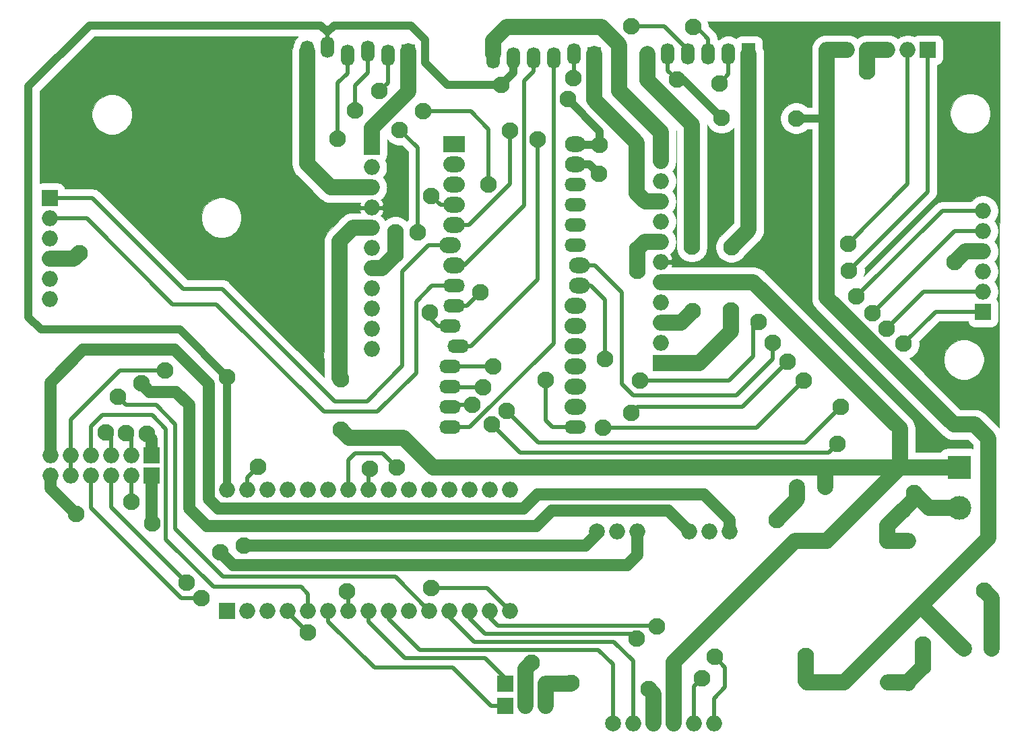
<source format=gbr>
%TF.GenerationSoftware,KiCad,Pcbnew,(5.1.10)-1*%
%TF.CreationDate,2022-01-06T12:38:47+00:00*%
%TF.ProjectId,mike_pcb_motors,6d696b65-5f70-4636-925f-6d6f746f7273,rev?*%
%TF.SameCoordinates,Original*%
%TF.FileFunction,Copper,L2,Bot*%
%TF.FilePolarity,Positive*%
%FSLAX46Y46*%
G04 Gerber Fmt 4.6, Leading zero omitted, Abs format (unit mm)*
G04 Created by KiCad (PCBNEW (5.1.10)-1) date 2022-01-06 12:38:47*
%MOMM*%
%LPD*%
G01*
G04 APERTURE LIST*
%TA.AperFunction,ComponentPad*%
%ADD10O,2.000000X2.000000*%
%TD*%
%TA.AperFunction,ComponentPad*%
%ADD11R,2.000000X2.000000*%
%TD*%
%TA.AperFunction,ComponentPad*%
%ADD12C,2.000000*%
%TD*%
%TA.AperFunction,ComponentPad*%
%ADD13C,3.000000*%
%TD*%
%TA.AperFunction,ComponentPad*%
%ADD14R,3.000000X3.000000*%
%TD*%
%TA.AperFunction,ComponentPad*%
%ADD15O,1.700000X2.700000*%
%TD*%
%TA.AperFunction,ComponentPad*%
%ADD16R,1.700000X2.700000*%
%TD*%
%TA.AperFunction,ComponentPad*%
%ADD17O,2.700000X1.700000*%
%TD*%
%TA.AperFunction,ComponentPad*%
%ADD18O,2.600000X2.000000*%
%TD*%
%TA.AperFunction,ComponentPad*%
%ADD19O,2.700000X2.000000*%
%TD*%
%TA.AperFunction,ComponentPad*%
%ADD20R,2.700000X2.000000*%
%TD*%
%TA.AperFunction,ViaPad*%
%ADD21C,2.100000*%
%TD*%
%TA.AperFunction,Conductor*%
%ADD22C,0.500000*%
%TD*%
%TA.AperFunction,Conductor*%
%ADD23C,1.000000*%
%TD*%
%TA.AperFunction,Conductor*%
%ADD24C,2.000000*%
%TD*%
%TA.AperFunction,Conductor*%
%ADD25C,1.500000*%
%TD*%
%TA.AperFunction,Conductor*%
%ADD26C,0.050000*%
%TD*%
%TA.AperFunction,Conductor*%
%ADD27C,0.100000*%
%TD*%
G04 APERTURE END LIST*
D10*
%TO.P,J9,3*%
%TO.N,GND*%
X133520000Y-215850000D03*
%TO.P,J9,2*%
%TO.N,+5V*%
X130980000Y-215850000D03*
D11*
%TO.P,J9,1*%
%TO.N,Servo_PWM2*%
X128440000Y-215850000D03*
%TD*%
D10*
%TO.P,J8,3*%
%TO.N,GND*%
X133500000Y-218630000D03*
%TO.P,J8,2*%
%TO.N,+5V*%
X130960000Y-218630000D03*
D11*
%TO.P,J8,1*%
%TO.N,Servo_PWM1*%
X128420000Y-218630000D03*
%TD*%
D12*
%TO.P,C2,2*%
%TO.N,+5V*%
X186080000Y-211460000D03*
%TO.P,C2,1*%
%TO.N,GND*%
X189580000Y-211460000D03*
%TD*%
%TO.P,C1,2*%
%TO.N,VCC*%
X168630000Y-191130000D03*
%TO.P,C1,1*%
%TO.N,GND*%
X165130000Y-191130000D03*
%TD*%
D10*
%TO.P,U5,4*%
%TO.N,GND*%
X179040000Y-215710000D03*
%TO.P,U5,8*%
%TO.N,VCC*%
X166320000Y-197840000D03*
%TO.P,U5,6*%
%TO.N,GND*%
X176480000Y-197840000D03*
%TO.P,U5,7*%
%TO.N,VCC*%
X168860000Y-197840000D03*
%TO.P,U5,2*%
%TO.N,+5V*%
X168870000Y-215660000D03*
%TO.P,U5,1*%
X166330000Y-215660000D03*
%TO.P,U5,3*%
%TO.N,GND*%
X176490000Y-215660000D03*
%TO.P,U5,5*%
X179030000Y-197880000D03*
%TD*%
%TO.P,U2,16*%
%TO.N,Motor1_PWM2*%
X188475000Y-166565000D03*
%TO.P,U2,15*%
%TO.N,Net-(U2-Pad15)*%
X188475000Y-164025000D03*
%TO.P,U2,14*%
%TO.N,GND*%
X188475000Y-161485000D03*
%TO.P,U2,13*%
%TO.N,Motor2_PWM1*%
X188475000Y-158945000D03*
%TO.P,U2,12*%
%TO.N,Motor2_PWM2*%
X188475000Y-156405000D03*
D11*
%TO.P,U2,17*%
%TO.N,Motor1_PWM1*%
X188475000Y-169105000D03*
D10*
%TO.P,U2,11*%
%TO.N,Motor2_M2*%
X147990000Y-150120000D03*
%TO.P,U2,10*%
%TO.N,Net-(U2-Pad10)*%
X147990000Y-152660000D03*
%TO.P,U2,9*%
%TO.N,Motor2_M1*%
X147990000Y-155200000D03*
%TO.P,U2,8*%
%TO.N,Net-(U2-Pad8)*%
X147990000Y-157740000D03*
%TO.P,U2,7*%
%TO.N,GND*%
X147990000Y-160280000D03*
%TO.P,U2,6*%
%TO.N,Net-(U2-Pad6)*%
X147990000Y-162820000D03*
%TO.P,U2,5*%
%TO.N,VCC*%
X147990000Y-165360000D03*
%TO.P,U2,4*%
%TO.N,Net-(U2-Pad4)*%
X147990000Y-167900000D03*
%TO.P,U2,3*%
%TO.N,Motor1_M2*%
X147990000Y-170440000D03*
%TO.P,U2,2*%
%TO.N,Net-(U2-Pad2)*%
X147990000Y-172980000D03*
D11*
%TO.P,U2,1*%
%TO.N,Motor1_M1*%
X147990000Y-175520000D03*
%TD*%
D10*
%TO.P,U1,16*%
%TO.N,Motor3_PWM2*%
X71165000Y-157335000D03*
%TO.P,U1,15*%
%TO.N,Net-(U1-Pad15)*%
X71165000Y-159875000D03*
%TO.P,U1,14*%
%TO.N,GND*%
X71165000Y-162415000D03*
%TO.P,U1,13*%
%TO.N,Net-(U1-Pad13)*%
X71165000Y-164955000D03*
%TO.P,U1,12*%
%TO.N,Net-(U1-Pad12)*%
X71165000Y-167495000D03*
D11*
%TO.P,U1,17*%
%TO.N,Motor3_PWM1*%
X71165000Y-154795000D03*
D10*
%TO.P,U1,11*%
%TO.N,Net-(U1-Pad11)*%
X111650000Y-173780000D03*
%TO.P,U1,10*%
%TO.N,Net-(U1-Pad10)*%
X111650000Y-171240000D03*
%TO.P,U1,9*%
%TO.N,Net-(U1-Pad9)*%
X111650000Y-168700000D03*
%TO.P,U1,8*%
%TO.N,Net-(U1-Pad8)*%
X111650000Y-166160000D03*
%TO.P,U1,7*%
%TO.N,GND*%
X111650000Y-163620000D03*
%TO.P,U1,6*%
%TO.N,Net-(U1-Pad6)*%
X111650000Y-161080000D03*
%TO.P,U1,5*%
%TO.N,VCC*%
X111650000Y-158540000D03*
%TO.P,U1,4*%
%TO.N,Net-(U1-Pad4)*%
X111650000Y-156000000D03*
%TO.P,U1,3*%
%TO.N,Motor3_M2*%
X111650000Y-153460000D03*
%TO.P,U1,2*%
%TO.N,Net-(U1-Pad2)*%
X111650000Y-150920000D03*
D11*
%TO.P,U1,1*%
%TO.N,Motor3_M1*%
X111650000Y-148380000D03*
%TD*%
D10*
%TO.P,U3,5*%
%TO.N,CraneMotor1_PWM2*%
X154640000Y-220795000D03*
%TO.P,U3,8*%
%TO.N,GND*%
X147020000Y-220795000D03*
%TO.P,U3,7*%
%TO.N,VCC*%
X149560000Y-220795000D03*
%TO.P,U3,6*%
%TO.N,CraneMotor1_PWM1*%
X152100000Y-220795000D03*
%TO.P,U3,*%
%TO.N,*%
X154085000Y-196660000D03*
D12*
%TO.P,U3,10*%
%TO.N,CraneMotor2_PWM1*%
X141940000Y-220795000D03*
D10*
%TO.P,U3,9*%
%TO.N,CraneMotor2_PWM2*%
X144480000Y-220795000D03*
%TO.P,U3,*%
%TO.N,*%
X142490000Y-196660000D03*
D12*
%TO.P,U3,1*%
%TO.N,CraneMotor2_M1*%
X139950000Y-196660000D03*
D10*
%TO.P,U3,4*%
%TO.N,CraneMotor1_M2*%
X156625000Y-196660000D03*
%TO.P,U3,3*%
%TO.N,CraneMotor1_M1*%
X151545000Y-196660000D03*
%TO.P,U3,2*%
%TO.N,CraneMotor2_M2*%
X145030000Y-196660000D03*
%TD*%
%TO.P,J7,6*%
%TO.N,+5V*%
X168850000Y-136190000D03*
%TO.P,J7,5*%
X171390000Y-136190000D03*
%TO.P,J7,4*%
%TO.N,GND*%
X173930000Y-136190000D03*
%TO.P,J7,3*%
X176470000Y-136190000D03*
%TO.P,J7,2*%
%TO.N,SDA_5V*%
X179010000Y-136190000D03*
D11*
%TO.P,J7,1*%
%TO.N,SCL_5V*%
X181550000Y-136190000D03*
%TD*%
D10*
%TO.P,J6,6*%
%TO.N,CraneMotor2_M2*%
X71290000Y-189660000D03*
%TO.P,J6,5*%
%TO.N,+5V*%
X73830000Y-189660000D03*
%TO.P,J6,4*%
%TO.N,CraneMotor2_A*%
X76370000Y-189660000D03*
%TO.P,J6,3*%
%TO.N,CraneMotor2_B*%
X78910000Y-189660000D03*
%TO.P,J6,2*%
%TO.N,GND*%
X81450000Y-189660000D03*
D11*
%TO.P,J6,1*%
%TO.N,CraneMotor2_M1*%
X83990000Y-189660000D03*
%TD*%
D10*
%TO.P,J4,6*%
%TO.N,CraneMotor1_M2*%
X71290000Y-187160000D03*
%TO.P,J4,5*%
%TO.N,+5V*%
X73830000Y-187160000D03*
%TO.P,J4,4*%
%TO.N,CraneMotor1_A*%
X76370000Y-187160000D03*
%TO.P,J4,3*%
%TO.N,CraneMotor1_B*%
X78910000Y-187160000D03*
%TO.P,J4,2*%
%TO.N,GND*%
X81450000Y-187160000D03*
D11*
%TO.P,J4,1*%
%TO.N,CraneMotor1_M1*%
X83990000Y-187160000D03*
%TD*%
D10*
%TO.P,A2,16*%
%TO.N,Net-(A2-Pad16)*%
X129050000Y-191420000D03*
%TO.P,A2,15*%
%TO.N,CraneMotor2_B*%
X129050000Y-206660000D03*
%TO.P,A2,30*%
%TO.N,+5V*%
X93490000Y-191420000D03*
%TO.P,A2,14*%
%TO.N,CraneMotor1_PWM2*%
X126510000Y-206660000D03*
%TO.P,A2,29*%
%TO.N,GND*%
X96030000Y-191420000D03*
%TO.P,A2,13*%
%TO.N,CraneMotor1_PWM1*%
X123970000Y-206660000D03*
%TO.P,A2,28*%
%TO.N,Net-(A2-Pad28)*%
X98570000Y-191420000D03*
%TO.P,A2,12*%
%TO.N,CraneMotor2_PWM2*%
X121430000Y-206660000D03*
%TO.P,A2,27*%
%TO.N,Net-(A2-Pad27)*%
X101110000Y-191420000D03*
%TO.P,A2,11*%
%TO.N,CraneMotor1_B*%
X118890000Y-206660000D03*
%TO.P,A2,26*%
%TO.N,Net-(A2-Pad26)*%
X103650000Y-191420000D03*
%TO.P,A2,10*%
%TO.N,Net-(A2-Pad10)*%
X116350000Y-206660000D03*
%TO.P,A2,25*%
%TO.N,Net-(A2-Pad25)*%
X106190000Y-191420000D03*
%TO.P,A2,9*%
%TO.N,CraneMotor2_PWM1*%
X113810000Y-206660000D03*
%TO.P,A2,24*%
%TO.N,SCL_5V*%
X108730000Y-191420000D03*
%TO.P,A2,8*%
%TO.N,Servo_PWM2*%
X111270000Y-206660000D03*
%TO.P,A2,23*%
%TO.N,SDA_5V*%
X111270000Y-191420000D03*
%TO.P,A2,7*%
%TO.N,CraneMotor2_A*%
X108730000Y-206660000D03*
%TO.P,A2,22*%
%TO.N,Net-(A2-Pad22)*%
X113810000Y-191420000D03*
%TO.P,A2,6*%
%TO.N,Servo_PWM1*%
X106190000Y-206660000D03*
%TO.P,A2,21*%
%TO.N,Net-(A2-Pad21)*%
X116350000Y-191420000D03*
%TO.P,A2,5*%
%TO.N,CraneMotor1_A*%
X103650000Y-206660000D03*
%TO.P,A2,20*%
%TO.N,Net-(A2-Pad20)*%
X118890000Y-191420000D03*
%TO.P,A2,4*%
%TO.N,GND*%
X101110000Y-206660000D03*
%TO.P,A2,19*%
%TO.N,Net-(A2-Pad19)*%
X121430000Y-191420000D03*
%TO.P,A2,3*%
%TO.N,Net-(A2-Pad3)*%
X98570000Y-206660000D03*
%TO.P,A2,18*%
%TO.N,Net-(A2-Pad18)*%
X123970000Y-191420000D03*
%TO.P,A2,2*%
%TO.N,Net-(A2-Pad2)*%
X96030000Y-206660000D03*
%TO.P,A2,17*%
%TO.N,Net-(A2-Pad17)*%
X126510000Y-191420000D03*
D11*
%TO.P,A2,1*%
%TO.N,Net-(A2-Pad1)*%
X93490000Y-206660000D03*
%TD*%
D13*
%TO.P,J5,2*%
%TO.N,GND*%
X185490000Y-193740000D03*
D14*
%TO.P,J5,1*%
%TO.N,VCC*%
X185490000Y-188660000D03*
%TD*%
D15*
%TO.P,J3,6*%
%TO.N,Motor3_M2*%
X103540000Y-136350000D03*
%TO.P,J3,5*%
%TO.N,+5V*%
X106080000Y-135850000D03*
%TO.P,J3,4*%
%TO.N,Motor3_A*%
X108620000Y-136850000D03*
%TO.P,J3,3*%
%TO.N,Motor3_B*%
X111160000Y-136350000D03*
%TO.P,J3,2*%
%TO.N,GND*%
X113700000Y-136850000D03*
D16*
%TO.P,J3,1*%
%TO.N,Motor3_M1*%
X116240000Y-136850000D03*
%TD*%
D15*
%TO.P,J2,6*%
%TO.N,Motor2_M2*%
X126870000Y-137160000D03*
%TO.P,J2,5*%
%TO.N,+5V*%
X129410000Y-137160000D03*
%TO.P,J2,4*%
%TO.N,Motor2_A*%
X131950000Y-137160000D03*
%TO.P,J2,3*%
%TO.N,Motor2_B*%
X134490000Y-137160000D03*
%TO.P,J2,2*%
%TO.N,GND*%
X137030000Y-136660000D03*
D16*
%TO.P,J2,1*%
%TO.N,Motor2_M1*%
X139570000Y-137160000D03*
%TD*%
D15*
%TO.P,J1,6*%
%TO.N,Motor1_M2*%
X146330000Y-137160000D03*
%TO.P,J1,5*%
%TO.N,+5V*%
X148870000Y-136660000D03*
%TO.P,J1,4*%
%TO.N,Motor1_A*%
X151410000Y-136660000D03*
%TO.P,J1,3*%
%TO.N,Motor1_B*%
X153950000Y-136660000D03*
%TO.P,J1,2*%
%TO.N,GND*%
X156490000Y-136660000D03*
D16*
%TO.P,J1,1*%
%TO.N,Motor1_M1*%
X159030000Y-136660000D03*
%TD*%
D17*
%TO.P,A1,16*%
%TO.N,Motor3_B*%
X137230000Y-183600000D03*
%TO.P,A1,15*%
%TO.N,Motor2_B*%
X121490000Y-183600000D03*
D18*
%TO.P,A1,30*%
%TO.N,+5V*%
X137230000Y-148040000D03*
D17*
%TO.P,A1,14*%
%TO.N,Motor1_PWM2*%
X121490000Y-181060000D03*
D18*
%TO.P,A1,29*%
%TO.N,GND*%
X137230000Y-150580000D03*
D17*
%TO.P,A1,13*%
%TO.N,Motor1_PWM1*%
X121490000Y-178520000D03*
%TO.P,A1,28*%
%TO.N,Net-(A1-Pad28)*%
X137230000Y-153120000D03*
%TO.P,A1,12*%
%TO.N,Motor2_PWM2*%
X121490000Y-175980000D03*
%TO.P,A1,27*%
%TO.N,Net-(A1-Pad27)*%
X137230000Y-155660000D03*
%TO.P,A1,11*%
%TO.N,Motor1_B*%
X122490000Y-173440000D03*
%TO.P,A1,26*%
%TO.N,Net-(A1-Pad26)*%
X137230000Y-158200000D03*
%TO.P,A1,10*%
%TO.N,Motor3_A*%
X121490000Y-170900000D03*
%TO.P,A1,25*%
%TO.N,Net-(A1-Pad25)*%
X137230000Y-160740000D03*
%TO.P,A1,9*%
%TO.N,Motor2_PWM1*%
X121990000Y-168360000D03*
D18*
%TO.P,A1,24*%
%TO.N,SCL_5V*%
X137730000Y-163280000D03*
D17*
%TO.P,A1,8*%
%TO.N,Motor3_PWM2*%
X121990000Y-165820000D03*
D18*
%TO.P,A1,23*%
%TO.N,SDA_5V*%
X137730000Y-165820000D03*
D19*
%TO.P,A1,7*%
%TO.N,Motor2_A*%
X121990000Y-163280000D03*
%TO.P,A1,22*%
%TO.N,Net-(A1-Pad22)*%
X137230000Y-168360000D03*
%TO.P,A1,6*%
%TO.N,Motor3_PWM1*%
X121490000Y-160740000D03*
%TO.P,A1,21*%
%TO.N,Net-(A1-Pad21)*%
X137230000Y-170900000D03*
%TO.P,A1,5*%
%TO.N,Motor1_A*%
X121990000Y-158200000D03*
%TO.P,A1,20*%
%TO.N,Net-(A1-Pad20)*%
X137230000Y-173440000D03*
%TO.P,A1,4*%
%TO.N,GND*%
X121990000Y-155660000D03*
%TO.P,A1,19*%
%TO.N,Net-(A1-Pad19)*%
X137230000Y-175980000D03*
%TO.P,A1,3*%
%TO.N,Net-(A1-Pad3)*%
X121990000Y-153120000D03*
%TO.P,A1,18*%
%TO.N,Net-(A1-Pad18)*%
X137230000Y-178520000D03*
%TO.P,A1,2*%
%TO.N,Net-(A1-Pad2)*%
X121990000Y-150580000D03*
%TO.P,A1,17*%
%TO.N,Net-(A1-Pad17)*%
X137230000Y-181060000D03*
D20*
%TO.P,A1,1*%
%TO.N,Net-(A1-Pad1)*%
X121990000Y-148040000D03*
%TD*%
D21*
%TO.N,Motor3_B*%
X109590000Y-143770000D03*
X118130000Y-143890000D03*
X126340000Y-153110000D03*
X133540000Y-177620000D03*
%TO.N,+5V*%
X150030000Y-139910000D03*
X140310000Y-148110000D03*
X85700000Y-176460000D03*
X93470000Y-177270000D03*
X155600000Y-144710000D03*
X164980000Y-144760000D03*
X136290000Y-142340000D03*
X127900000Y-140580000D03*
X166160000Y-212350000D03*
X131730000Y-213230000D03*
%TO.N,Motor1_PWM2*%
X176390000Y-171210000D03*
X170150000Y-185680000D03*
X124310000Y-180750000D03*
X126770000Y-183210000D03*
%TO.N,GND*%
X155330000Y-140360000D03*
X146430000Y-216470000D03*
X81420000Y-193000000D03*
X80780000Y-184370000D03*
X97320000Y-188540000D03*
X173930000Y-138850000D03*
X140200000Y-151730000D03*
X136960000Y-139670000D03*
X112640000Y-141320000D03*
X178370000Y-194070000D03*
X179840000Y-191860000D03*
X188620000Y-204100000D03*
X162520000Y-195270000D03*
X184910000Y-162860000D03*
X114660000Y-161870000D03*
X74900000Y-161700000D03*
X145030000Y-161230000D03*
X145050000Y-163930000D03*
X114630000Y-159070000D03*
X103650000Y-209400000D03*
X119150000Y-154510000D03*
X136750000Y-215740000D03*
X180910000Y-213700000D03*
X180910000Y-210880000D03*
%TO.N,Motor1_PWM1*%
X178490000Y-173110000D03*
X125610000Y-178530000D03*
X170590000Y-181000000D03*
X128620000Y-181540000D03*
%TO.N,Motor2_PWM2*%
X172580000Y-167180000D03*
X163940000Y-175370000D03*
X144280000Y-181760000D03*
X126920000Y-175980000D03*
%TO.N,Motor1_B*%
X152020000Y-133299998D03*
X132530000Y-147440000D03*
%TO.N,Motor3_A*%
X118980000Y-169160000D03*
X117430000Y-159080000D03*
X115150000Y-146190000D03*
X107380000Y-147330000D03*
%TO.N,Motor2_PWM1*%
X174590000Y-169230000D03*
X165950000Y-177760000D03*
X125280000Y-166650000D03*
X140720000Y-183660000D03*
%TO.N,Motor1_A*%
X144260000Y-133190000D03*
X129010000Y-146300000D03*
%TO.N,Motor1_M2*%
X151940000Y-169000000D03*
X151890000Y-160870000D03*
%TO.N,Motor1_M1*%
X156770000Y-168880000D03*
X156850000Y-160929998D03*
%TO.N,VCC*%
X107760000Y-177580000D03*
X107750000Y-183880000D03*
X107590000Y-174560000D03*
X110039999Y-184929999D03*
%TO.N,SCL_5V*%
X171640000Y-163890000D03*
X162040000Y-172950000D03*
X114830000Y-188660000D03*
%TO.N,SDA_5V*%
X171490000Y-160510000D03*
X160250000Y-170390000D03*
X145380000Y-177710000D03*
X140940000Y-174990000D03*
X111380000Y-188820000D03*
%TO.N,CraneMotor2_B*%
X88420000Y-203130000D03*
X119080000Y-203770000D03*
%TO.N,CraneMotor1_PWM2*%
X154740000Y-212460000D03*
X147510000Y-208610001D03*
%TO.N,CraneMotor1_PWM1*%
X153130000Y-215160000D03*
X144930000Y-210159998D03*
%TO.N,CraneMotor1_B*%
X79720000Y-179740000D03*
X78200000Y-184230000D03*
%TO.N,CraneMotor2_A*%
X108580000Y-204250000D03*
X90280000Y-205030000D03*
%TO.N,CraneMotor1_M1*%
X83370000Y-184430000D03*
X82700000Y-178080000D03*
%TO.N,CraneMotor2_M2*%
X74540000Y-194510000D03*
X92620000Y-199310000D03*
%TO.N,CraneMotor2_M1*%
X84040000Y-195700000D03*
X95620000Y-198480000D03*
%TD*%
D22*
%TO.N,Motor3_B*%
X111160000Y-136350000D02*
X111160000Y-139050000D01*
X109590000Y-140620000D02*
X109590000Y-143770000D01*
X111160000Y-139050000D02*
X109590000Y-140620000D01*
X118130000Y-143890000D02*
X124100000Y-143890000D01*
X126340000Y-146130000D02*
X126340000Y-153110000D01*
X124100000Y-143890000D02*
X126340000Y-146130000D01*
X133540000Y-177620000D02*
X133540000Y-182750000D01*
X134390000Y-183600000D02*
X137230000Y-183600000D01*
X133540000Y-182750000D02*
X134390000Y-183600000D01*
%TO.N,Motor2_B*%
X123980000Y-183600000D02*
X121990000Y-183600000D01*
X134490000Y-173090000D02*
X123980000Y-183600000D01*
X134490000Y-136660000D02*
X134490000Y-173090000D01*
%TO.N,+5V*%
X148870000Y-138750000D02*
X150030000Y-139910000D01*
X148870000Y-136660000D02*
X148870000Y-138750000D01*
D23*
X137300000Y-148110000D02*
X137230000Y-148040000D01*
X140310000Y-148110000D02*
X137300000Y-148110000D01*
D24*
X168850000Y-136190000D02*
X171390000Y-136190000D01*
X168850000Y-167300000D02*
X184820000Y-183270000D01*
X184820000Y-183270000D02*
X187410000Y-183270000D01*
X187410000Y-183270000D02*
X189150000Y-185010000D01*
X189150000Y-185010000D02*
X189150000Y-197530000D01*
X171020000Y-215660000D02*
X166330000Y-215660000D01*
D23*
X129410000Y-136660000D02*
X129410000Y-139070000D01*
X129410000Y-139070000D02*
X127900000Y-140580000D01*
X127900000Y-140580000D02*
X121190000Y-140580000D01*
X106910000Y-133070000D02*
X106080000Y-133900000D01*
X116560000Y-133070000D02*
X106910000Y-133070000D01*
X118390000Y-134900000D02*
X116560000Y-133070000D01*
X118390000Y-137780000D02*
X118390000Y-134900000D01*
X121190000Y-140580000D02*
X118390000Y-137780000D01*
D22*
X106080000Y-133900000D02*
X106080000Y-136350000D01*
X73830000Y-189660000D02*
X73830000Y-187160000D01*
X73830000Y-187160000D02*
X73830000Y-182630000D01*
X80000000Y-176460000D02*
X85700000Y-176460000D01*
X73830000Y-182630000D02*
X80000000Y-176460000D01*
D23*
X93470000Y-191400000D02*
X93490000Y-191420000D01*
X93470000Y-177270000D02*
X93470000Y-191400000D01*
X150800000Y-139910000D02*
X155600000Y-144710000D01*
X150030000Y-139910000D02*
X150800000Y-139910000D01*
X168220000Y-144760000D02*
X168850000Y-145390000D01*
D24*
X168850000Y-145390000D02*
X168850000Y-167300000D01*
D23*
X164980000Y-144760000D02*
X168220000Y-144760000D01*
D24*
X168850000Y-136190000D02*
X168850000Y-145390000D01*
D23*
X140310000Y-146360000D02*
X136290000Y-142340000D01*
X140310000Y-148110000D02*
X140310000Y-146360000D01*
D24*
X180925000Y-206305000D02*
X180375000Y-206305000D01*
X186080000Y-211460000D02*
X180925000Y-206305000D01*
X180375000Y-206305000D02*
X171020000Y-215660000D01*
X189150000Y-197530000D02*
X180375000Y-206305000D01*
X166160000Y-215490000D02*
X166330000Y-215660000D01*
X130960000Y-215870000D02*
X130980000Y-215850000D01*
X130960000Y-218630000D02*
X130960000Y-215870000D01*
D23*
X105250000Y-133070000D02*
X106080000Y-133900000D01*
X76190000Y-133070000D02*
X105250000Y-133070000D01*
X68500000Y-140760000D02*
X76190000Y-133070000D01*
X68500000Y-169750000D02*
X68500000Y-140760000D01*
X70080000Y-171330000D02*
X68500000Y-169750000D01*
X87530000Y-171330000D02*
X70080000Y-171330000D01*
X93470000Y-177270000D02*
X87530000Y-171330000D01*
D24*
X166160000Y-212350000D02*
X166160000Y-215490000D01*
X130980000Y-215850000D02*
X130980000Y-213980000D01*
X130980000Y-213980000D02*
X131730000Y-213230000D01*
D22*
%TO.N,Motor1_PWM2*%
X181035000Y-166565000D02*
X176390000Y-171210000D01*
X188475000Y-166565000D02*
X181035000Y-166565000D01*
X122300000Y-180750000D02*
X121990000Y-181060000D01*
X124310000Y-180750000D02*
X122300000Y-180750000D01*
X170150000Y-185680000D02*
X169070000Y-186760000D01*
X169070000Y-186760000D02*
X130320000Y-186760000D01*
X130320000Y-186760000D02*
X126770000Y-183210000D01*
%TO.N,GND*%
X156490000Y-139200000D02*
X155330000Y-140360000D01*
X156490000Y-136660000D02*
X156490000Y-139200000D01*
D24*
X147020000Y-217060000D02*
X146430000Y-216470000D01*
X147020000Y-220795000D02*
X147020000Y-217060000D01*
D22*
X81450000Y-192970000D02*
X81420000Y-193000000D01*
X81450000Y-189660000D02*
X81450000Y-192970000D01*
X81450000Y-185040000D02*
X80780000Y-184370000D01*
X81450000Y-187160000D02*
X81450000Y-185040000D01*
X96030000Y-191420000D02*
X96030000Y-189890000D01*
X97320000Y-188600000D02*
X97320000Y-188540000D01*
X96030000Y-189890000D02*
X97320000Y-188600000D01*
D24*
X176470000Y-136190000D02*
X173930000Y-136190000D01*
X173930000Y-136190000D02*
X173930000Y-138850000D01*
D23*
X137230000Y-150580000D02*
X139050000Y-150580000D01*
X139050000Y-150580000D02*
X140200000Y-151730000D01*
D22*
X137030000Y-136660000D02*
X137030000Y-139600000D01*
X137030000Y-139600000D02*
X136960000Y-139670000D01*
X113700000Y-136350000D02*
X113700000Y-140260000D01*
X113700000Y-140260000D02*
X112640000Y-141320000D01*
D24*
X176520000Y-197880000D02*
X176480000Y-197840000D01*
X179030000Y-197880000D02*
X176520000Y-197880000D01*
X176480000Y-195960000D02*
X178370000Y-194070000D01*
X176480000Y-197840000D02*
X176480000Y-195960000D01*
X181720000Y-193740000D02*
X179840000Y-191860000D01*
X185490000Y-193740000D02*
X181720000Y-193740000D01*
X179840000Y-192600000D02*
X178370000Y-194070000D01*
X179840000Y-191860000D02*
X179840000Y-192600000D01*
X189580000Y-205060000D02*
X188620000Y-204100000D01*
X189580000Y-211460000D02*
X189580000Y-205060000D01*
X165130000Y-192660000D02*
X162520000Y-195270000D01*
X165130000Y-191130000D02*
X165130000Y-192660000D01*
X188475000Y-161485000D02*
X186285000Y-161485000D01*
X186285000Y-161485000D02*
X184910000Y-162860000D01*
X112910000Y-163620000D02*
X114660000Y-161870000D01*
X111650000Y-163620000D02*
X112910000Y-163620000D01*
X74185000Y-162415000D02*
X74900000Y-161700000D01*
X71165000Y-162415000D02*
X74185000Y-162415000D01*
X145980000Y-160280000D02*
X145030000Y-161230000D01*
X147990000Y-160280000D02*
X145980000Y-160280000D01*
X145030000Y-163910000D02*
X145050000Y-163930000D01*
X145030000Y-161230000D02*
X145030000Y-163910000D01*
X114660000Y-159100000D02*
X114630000Y-159070000D01*
X114660000Y-161870000D02*
X114660000Y-159100000D01*
D22*
X101110000Y-206860000D02*
X103650000Y-209400000D01*
X101110000Y-206660000D02*
X101110000Y-206860000D01*
X120300000Y-155660000D02*
X119150000Y-154510000D01*
X121990000Y-155660000D02*
X120300000Y-155660000D01*
D24*
X133500000Y-215870000D02*
X133520000Y-215850000D01*
X133500000Y-218630000D02*
X133500000Y-215870000D01*
X136640000Y-215850000D02*
X136750000Y-215740000D01*
X133520000Y-215850000D02*
X136640000Y-215850000D01*
X178990000Y-215660000D02*
X179040000Y-215710000D01*
X176490000Y-215660000D02*
X178990000Y-215660000D01*
X179040000Y-215570000D02*
X180910000Y-213700000D01*
X179040000Y-215710000D02*
X179040000Y-215570000D01*
X180910000Y-213700000D02*
X180910000Y-210880000D01*
D22*
%TO.N,Motor1_PWM1*%
X182495000Y-169105000D02*
X178490000Y-173110000D01*
X188475000Y-169105000D02*
X182495000Y-169105000D01*
X122000000Y-178530000D02*
X121990000Y-178520000D01*
X125610000Y-178530000D02*
X122000000Y-178530000D01*
X170590000Y-181000000D02*
X166090000Y-185500000D01*
X166090000Y-185500000D02*
X132580000Y-185500000D01*
X132580000Y-185500000D02*
X128620000Y-181540000D01*
%TO.N,Motor2_PWM2*%
X183355000Y-156405000D02*
X172580000Y-167180000D01*
X188475000Y-156405000D02*
X183355000Y-156405000D01*
X163940000Y-175370000D02*
X158260000Y-181050000D01*
X144990000Y-181050000D02*
X144280000Y-181760000D01*
X158260000Y-181050000D02*
X144990000Y-181050000D01*
X126920000Y-175980000D02*
X121990000Y-175980000D01*
%TO.N,Motor1_B*%
X153950000Y-136660000D02*
X153950000Y-134810000D01*
X153950000Y-134810000D02*
X152439998Y-133299998D01*
X152439998Y-133299998D02*
X152020000Y-133299998D01*
X132530000Y-165000000D02*
X132530000Y-147440000D01*
X124090000Y-173440000D02*
X132530000Y-165000000D01*
X121990000Y-173440000D02*
X124090000Y-173440000D01*
%TO.N,Motor3_A*%
X117430000Y-148470000D02*
X115150000Y-146190000D01*
X117430000Y-159080000D02*
X117430000Y-148470000D01*
X107380000Y-147330000D02*
X107380000Y-140340000D01*
X108620000Y-139100000D02*
X108620000Y-136350000D01*
X107380000Y-140340000D02*
X108620000Y-139100000D01*
X118980000Y-169890000D02*
X118980000Y-169160000D01*
X119990000Y-170900000D02*
X118980000Y-169890000D01*
X121990000Y-170900000D02*
X119990000Y-170900000D01*
%TO.N,Motor2_PWM1*%
X184875000Y-158945000D02*
X174590000Y-169230000D01*
X188475000Y-158945000D02*
X184875000Y-158945000D01*
X123570000Y-168360000D02*
X125280000Y-166650000D01*
X121990000Y-168360000D02*
X123570000Y-168360000D01*
X160050000Y-183660000D02*
X140720000Y-183660000D01*
X165950000Y-177760000D02*
X160050000Y-183660000D01*
%TO.N,Motor3_PWM2*%
X117220000Y-167810000D02*
X119210000Y-165820000D01*
X119210000Y-165820000D02*
X121990000Y-165820000D01*
X117220000Y-176760000D02*
X117220000Y-167810000D01*
X112320001Y-181659999D02*
X117220000Y-176760000D01*
X105649999Y-181659999D02*
X112320001Y-181659999D01*
X86630000Y-168150000D02*
X92140000Y-168150000D01*
X92140000Y-168150000D02*
X105649999Y-181659999D01*
X75815000Y-157335000D02*
X86630000Y-168150000D01*
X71165000Y-157335000D02*
X75815000Y-157335000D01*
%TO.N,Motor2_A*%
X131950000Y-138900000D02*
X131950000Y-136660000D01*
X130820000Y-140030000D02*
X131950000Y-138900000D01*
X123260000Y-163280000D02*
X130820000Y-155720000D01*
X130820000Y-155720000D02*
X130820000Y-140030000D01*
X121990000Y-163280000D02*
X123260000Y-163280000D01*
%TO.N,Motor3_PWM1*%
X115510000Y-164010000D02*
X118780000Y-160740000D01*
X111050000Y-180360000D02*
X115510000Y-175900000D01*
X107030000Y-180360000D02*
X111050000Y-180360000D01*
X92870000Y-166200000D02*
X107030000Y-180360000D01*
X87960000Y-166200000D02*
X92870000Y-166200000D01*
X118780000Y-160740000D02*
X121990000Y-160740000D01*
X76555000Y-154795000D02*
X87960000Y-166200000D01*
X115510000Y-175900000D02*
X115510000Y-164010000D01*
X71165000Y-154795000D02*
X76555000Y-154795000D01*
%TO.N,Motor1_A*%
X148440000Y-133190000D02*
X144260000Y-133190000D01*
X151410000Y-136160000D02*
X148440000Y-133190000D01*
X151410000Y-136660000D02*
X151410000Y-136160000D01*
X121990000Y-158200000D02*
X123840000Y-158200000D01*
X123840000Y-158200000D02*
X129010000Y-153030000D01*
X129010000Y-153030000D02*
X129010000Y-146300000D01*
D24*
%TO.N,Motor1_M2*%
X150500000Y-170440000D02*
X147990000Y-170440000D01*
X151940000Y-169000000D02*
X150500000Y-170440000D01*
X151890000Y-145560000D02*
X151890000Y-160870000D01*
X146330000Y-136660000D02*
X146330000Y-140000000D01*
X146330000Y-140000000D02*
X151890000Y-145560000D01*
%TO.N,Motor1_M1*%
X147990000Y-175520000D02*
X152780000Y-175520000D01*
X156770000Y-171530000D02*
X156770000Y-168880000D01*
X152780000Y-175520000D02*
X156770000Y-171530000D01*
X159030000Y-158749998D02*
X156850000Y-160929998D01*
X159030000Y-136660000D02*
X159030000Y-158749998D01*
%TO.N,Motor2_M2*%
X147990000Y-146500000D02*
X147990000Y-150120000D01*
X126870000Y-136660000D02*
X126870000Y-134940000D01*
X142780000Y-135520004D02*
X142780000Y-141290000D01*
X140499996Y-133240000D02*
X142780000Y-135520004D01*
X128570000Y-133240000D02*
X140499996Y-133240000D01*
X126870000Y-134940000D02*
X128570000Y-133240000D01*
X142780000Y-141290000D02*
X147990000Y-146500000D01*
%TO.N,Motor2_M1*%
X146030000Y-155200000D02*
X147990000Y-155200000D01*
X144980000Y-147830000D02*
X144980000Y-154150000D01*
X139570000Y-142420000D02*
X144980000Y-147830000D01*
X144980000Y-154150000D02*
X146030000Y-155200000D01*
X139570000Y-136660000D02*
X139570000Y-142420000D01*
%TO.N,Motor3_M2*%
X103540000Y-136350000D02*
X103540000Y-150500000D01*
X106500000Y-153460000D02*
X111650000Y-153460000D01*
X103540000Y-150500000D02*
X106500000Y-153460000D01*
%TO.N,Motor3_M1*%
X116240000Y-141390000D02*
X116240000Y-136350000D01*
X111650000Y-145980000D02*
X116240000Y-141390000D01*
X111650000Y-148380000D02*
X111650000Y-145980000D01*
%TO.N,VCC*%
X111650000Y-158540000D02*
X109280000Y-158540000D01*
X109280000Y-158540000D02*
X107590000Y-160230000D01*
X107590000Y-177410000D02*
X107760000Y-177580000D01*
X147990000Y-165360000D02*
X159630000Y-165360000D01*
X178040000Y-188660000D02*
X168860000Y-197840000D01*
X185490000Y-188660000D02*
X178040000Y-188660000D01*
X168860000Y-197840000D02*
X166320000Y-197840000D01*
X178040000Y-183770000D02*
X159630000Y-165360000D01*
X178040000Y-188660000D02*
X178040000Y-183770000D01*
X166320000Y-197840000D02*
X164840000Y-197840000D01*
X149560000Y-213120000D02*
X149560000Y-220795000D01*
X164840000Y-197840000D02*
X149560000Y-213120000D01*
X108799999Y-184929999D02*
X107750000Y-183880000D01*
X119370000Y-188660000D02*
X115639999Y-184929999D01*
X168630000Y-188760000D02*
X168730000Y-188660000D01*
X168630000Y-191130000D02*
X168630000Y-188760000D01*
X168730000Y-188660000D02*
X119370000Y-188660000D01*
X178040000Y-188660000D02*
X168730000Y-188660000D01*
X107590000Y-174560000D02*
X107590000Y-177410000D01*
X107590000Y-160230000D02*
X107590000Y-174560000D01*
X110039999Y-184929999D02*
X108799999Y-184929999D01*
X115639999Y-184929999D02*
X110039999Y-184929999D01*
D22*
%TO.N,SCL_5V*%
X181550000Y-153980000D02*
X171640000Y-163890000D01*
X181550000Y-136190000D02*
X181550000Y-153980000D01*
X143110000Y-166660000D02*
X139730000Y-163280000D01*
X143110000Y-178150000D02*
X143110000Y-166660000D01*
X139730000Y-163280000D02*
X137230000Y-163280000D01*
X157490000Y-179550000D02*
X144510000Y-179550000D01*
X162040000Y-175000000D02*
X157490000Y-179550000D01*
X144510000Y-179550000D02*
X143110000Y-178150000D01*
X162040000Y-172950000D02*
X162040000Y-175000000D01*
X108730000Y-191420000D02*
X108730000Y-187720000D01*
X108730000Y-187720000D02*
X109570000Y-186880000D01*
X113050000Y-186880000D02*
X114830000Y-188660000D01*
X109570000Y-186880000D02*
X113050000Y-186880000D01*
%TO.N,SDA_5V*%
X179010000Y-152990000D02*
X171490000Y-160510000D01*
X179010000Y-136190000D02*
X179010000Y-152990000D01*
X160250000Y-170390000D02*
X159970000Y-170390000D01*
X159970000Y-170390000D02*
X159580000Y-170780000D01*
X159580000Y-170780000D02*
X159580000Y-174710000D01*
X156580000Y-177710000D02*
X145380000Y-177710000D01*
X159580000Y-174710000D02*
X156580000Y-177710000D01*
X140940000Y-174990000D02*
X140940000Y-167550000D01*
X139210000Y-165820000D02*
X137230000Y-165820000D01*
X140940000Y-167550000D02*
X139210000Y-165820000D01*
X111270000Y-188930000D02*
X111380000Y-188820000D01*
X111270000Y-191420000D02*
X111270000Y-188930000D01*
%TO.N,CraneMotor2_B*%
X78910000Y-189660000D02*
X78910000Y-193620000D01*
X78910000Y-193620000D02*
X88420000Y-203130000D01*
X129050000Y-206660000D02*
X126160000Y-203770000D01*
X126160000Y-203770000D02*
X119080000Y-203770000D01*
%TO.N,CraneMotor1_PWM2*%
X154640000Y-220795000D02*
X154640000Y-217710000D01*
X154640000Y-217710000D02*
X156070000Y-216280000D01*
X156070000Y-213790000D02*
X154740000Y-212460000D01*
X156070000Y-216280000D02*
X156070000Y-213790000D01*
X127519998Y-208539998D02*
X147439997Y-208539998D01*
X147439997Y-208539998D02*
X147510000Y-208610001D01*
X126510000Y-207530000D02*
X127519998Y-208539998D01*
X126510000Y-206660000D02*
X126510000Y-207530000D01*
%TO.N,CraneMotor1_PWM1*%
X152100000Y-216190000D02*
X153130000Y-215160000D01*
X152100000Y-220795000D02*
X152100000Y-216190000D01*
X125920000Y-209590000D02*
X144360002Y-209590000D01*
X123970000Y-206660000D02*
X123970000Y-207640000D01*
X123970000Y-207640000D02*
X125920000Y-209590000D01*
X144360002Y-209590000D02*
X144930000Y-210159998D01*
%TO.N,CraneMotor2_PWM2*%
X124570000Y-210560000D02*
X121430000Y-207420000D01*
X142100000Y-210560000D02*
X124570000Y-210560000D01*
X144480000Y-212940000D02*
X142100000Y-210560000D01*
X144480000Y-220795000D02*
X144480000Y-212940000D01*
X121430000Y-207420000D02*
X121430000Y-206660000D01*
%TO.N,CraneMotor1_B*%
X78910000Y-187160000D02*
X78910000Y-184940000D01*
X78910000Y-184940000D02*
X78200000Y-184230000D01*
X84539999Y-180789999D02*
X80769999Y-180789999D01*
X86940000Y-183190000D02*
X84539999Y-180789999D01*
X86940000Y-196340000D02*
X86940000Y-183190000D01*
X80769999Y-180789999D02*
X79720000Y-179740000D01*
X92980000Y-202380000D02*
X86940000Y-196340000D01*
X114610000Y-202380000D02*
X92980000Y-202380000D01*
X118890000Y-206660000D02*
X114610000Y-202380000D01*
%TO.N,CraneMotor2_PWM1*%
X117700000Y-211600000D02*
X140130000Y-211600000D01*
X141940000Y-213410000D02*
X141940000Y-220795000D01*
X113810000Y-206660000D02*
X113810000Y-207710000D01*
X113810000Y-207710000D02*
X117700000Y-211600000D01*
X140130000Y-211600000D02*
X141940000Y-213410000D01*
%TO.N,CraneMotor2_A*%
X108730000Y-206660000D02*
X108730000Y-204400000D01*
X108730000Y-204400000D02*
X108580000Y-204250000D01*
X87710000Y-205030000D02*
X90280000Y-205030000D01*
X76370000Y-193690000D02*
X87710000Y-205030000D01*
X76370000Y-189660000D02*
X76370000Y-193690000D01*
%TO.N,CraneMotor1_A*%
X77840000Y-182050000D02*
X76370000Y-183520000D01*
X76370000Y-183520000D02*
X76370000Y-187160000D01*
X85790000Y-183800000D02*
X84040000Y-182050000D01*
X85790000Y-197690000D02*
X85790000Y-183800000D01*
X84040000Y-182050000D02*
X77840000Y-182050000D01*
X91770000Y-203670000D02*
X85790000Y-197690000D01*
X103650000Y-204580000D02*
X102740000Y-203670000D01*
X102740000Y-203670000D02*
X91770000Y-203670000D01*
X103650000Y-206660000D02*
X103650000Y-204580000D01*
D25*
%TO.N,CraneMotor1_M2*%
X71290000Y-177940000D02*
X71290000Y-187160000D01*
X75390000Y-173840000D02*
X71290000Y-177940000D01*
X86900000Y-173840000D02*
X75390000Y-173840000D01*
X92370000Y-193790000D02*
X91220000Y-192640000D01*
X91220000Y-178160000D02*
X86900000Y-173840000D01*
X132480000Y-192020000D02*
X130710000Y-193790000D01*
X130710000Y-193790000D02*
X92370000Y-193790000D01*
X153399213Y-192020000D02*
X132480000Y-192020000D01*
X91220000Y-192640000D02*
X91220000Y-178160000D01*
X156625000Y-195245787D02*
X153399213Y-192020000D01*
X156625000Y-196660000D02*
X156625000Y-195245787D01*
%TO.N,CraneMotor1_M1*%
X83990000Y-187160000D02*
X83990000Y-185050000D01*
X83990000Y-185050000D02*
X83370000Y-184430000D01*
X83749999Y-179129999D02*
X82700000Y-178080000D01*
X134260000Y-194080000D02*
X132330000Y-196010000D01*
X132330000Y-196010000D02*
X90910000Y-196010000D01*
X151545000Y-196660000D02*
X148965000Y-194080000D01*
X148965000Y-194080000D02*
X134260000Y-194080000D01*
X90910000Y-196010000D02*
X88750000Y-193850000D01*
X88750000Y-193850000D02*
X88750000Y-180810000D01*
X88750000Y-180810000D02*
X87069999Y-179129999D01*
X87069999Y-179129999D02*
X83749999Y-179129999D01*
%TO.N,CraneMotor2_M2*%
X71290000Y-191260000D02*
X74540000Y-194510000D01*
X71290000Y-189660000D02*
X71290000Y-191260000D01*
X92620000Y-199310000D02*
X94240000Y-200930000D01*
X94240000Y-200930000D02*
X143720000Y-200930000D01*
X145030000Y-199620000D02*
X145030000Y-196660000D01*
X143720000Y-200930000D02*
X145030000Y-199620000D01*
%TO.N,CraneMotor2_M1*%
X83990000Y-195650000D02*
X84040000Y-195700000D01*
X83990000Y-189660000D02*
X83990000Y-195650000D01*
X95620000Y-198480000D02*
X138540000Y-198480000D01*
X139950000Y-197070000D02*
X139950000Y-196660000D01*
X138540000Y-198480000D02*
X139950000Y-197070000D01*
D22*
%TO.N,Servo_PWM2*%
X111270000Y-208050000D02*
X111270000Y-206660000D01*
X115840000Y-212620000D02*
X111270000Y-208050000D01*
X125920000Y-212620000D02*
X115840000Y-212620000D01*
X128440000Y-215140000D02*
X125920000Y-212620000D01*
X128440000Y-215850000D02*
X128440000Y-215140000D01*
%TO.N,Servo_PWM1*%
X106190000Y-208010000D02*
X106190000Y-206660000D01*
X111970000Y-213790000D02*
X106190000Y-208010000D01*
X121840000Y-213790000D02*
X111970000Y-213790000D01*
X126680000Y-218630000D02*
X121840000Y-213790000D01*
X128420000Y-218630000D02*
X126680000Y-218630000D01*
%TD*%
D26*
%TO.N,Net-(U1-Pad4)*%
X102278814Y-134588813D02*
X102057002Y-134859092D01*
X101892180Y-135167450D01*
X101790683Y-135502039D01*
X101786204Y-135547514D01*
X101752927Y-135609771D01*
X101642853Y-135972635D01*
X101615000Y-136255434D01*
X101615001Y-150405425D01*
X101605686Y-150500000D01*
X101642854Y-150877365D01*
X101752927Y-151240229D01*
X101931677Y-151574647D01*
X102056985Y-151727335D01*
X102172234Y-151867767D01*
X102245692Y-151928052D01*
X105071947Y-154754308D01*
X105132233Y-154827767D01*
X105244340Y-154919770D01*
X105425352Y-155068323D01*
X105541839Y-155130586D01*
X105759770Y-155247073D01*
X106122634Y-155357147D01*
X106405433Y-155385000D01*
X106405434Y-155385000D01*
X106499999Y-155394314D01*
X106594564Y-155385000D01*
X110251515Y-155385000D01*
X110188686Y-155536696D01*
X110269109Y-155771000D01*
X111421000Y-155771000D01*
X111421000Y-155751000D01*
X111879000Y-155751000D01*
X111879000Y-155771000D01*
X113030891Y-155771000D01*
X113111314Y-155536696D01*
X113010917Y-155294296D01*
X112847091Y-155042354D01*
X112807500Y-155001761D01*
X112877116Y-154955245D01*
X112944309Y-154888052D01*
X113017767Y-154827767D01*
X113078052Y-154754309D01*
X113145245Y-154687116D01*
X113198041Y-154608102D01*
X113258323Y-154534647D01*
X113303116Y-154450845D01*
X113355913Y-154371829D01*
X113392279Y-154284033D01*
X113437073Y-154200230D01*
X113464658Y-154109296D01*
X113501023Y-154021502D01*
X113519562Y-153928303D01*
X113547147Y-153837366D01*
X113556461Y-153742796D01*
X113575000Y-153649596D01*
X113575000Y-153554567D01*
X113584314Y-153460000D01*
X113575000Y-153365433D01*
X113575000Y-153270404D01*
X113556461Y-153177204D01*
X113547147Y-153082634D01*
X113519562Y-152991697D01*
X113501023Y-152898498D01*
X113464658Y-152810704D01*
X113437073Y-152719770D01*
X113392279Y-152635967D01*
X113355913Y-152548171D01*
X113303116Y-152469155D01*
X113258323Y-152385353D01*
X113198041Y-152311898D01*
X113145245Y-152232884D01*
X113102361Y-152190000D01*
X113145245Y-152147116D01*
X113355913Y-151831829D01*
X113501023Y-151481502D01*
X113575000Y-151109596D01*
X113575000Y-150730404D01*
X113501023Y-150358498D01*
X113355913Y-150008171D01*
X113344774Y-149991500D01*
X113422830Y-149896389D01*
X113508723Y-149735695D01*
X113561615Y-149561332D01*
X113579475Y-149380000D01*
X113579475Y-147394450D01*
X113615917Y-147448989D01*
X113891011Y-147724083D01*
X114214487Y-147940222D01*
X114573914Y-148089102D01*
X114955479Y-148165000D01*
X115344521Y-148165000D01*
X115443593Y-148145293D01*
X116255001Y-148956702D01*
X116255000Y-157489797D01*
X116171011Y-157545917D01*
X116035000Y-157681928D01*
X115888989Y-157535917D01*
X115565513Y-157319778D01*
X115206086Y-157170898D01*
X114824521Y-157095000D01*
X114435479Y-157095000D01*
X114053914Y-157170898D01*
X113694487Y-157319778D01*
X113371011Y-157535917D01*
X113325009Y-157581919D01*
X113303116Y-157549155D01*
X113258323Y-157465353D01*
X113198041Y-157391898D01*
X113145245Y-157312884D01*
X113078052Y-157245691D01*
X113017767Y-157172233D01*
X112944309Y-157111948D01*
X112877116Y-157044755D01*
X112807500Y-156998239D01*
X112847091Y-156957646D01*
X113010917Y-156705704D01*
X113111314Y-156463304D01*
X113030891Y-156229000D01*
X111879000Y-156229000D01*
X111879000Y-156249000D01*
X111421000Y-156249000D01*
X111421000Y-156229000D01*
X110269109Y-156229000D01*
X110188686Y-156463304D01*
X110251515Y-156615000D01*
X109374565Y-156615000D01*
X109280000Y-156605686D01*
X109185435Y-156615000D01*
X109185433Y-156615000D01*
X108902634Y-156642853D01*
X108539770Y-156752927D01*
X108205352Y-156931677D01*
X108091638Y-157025000D01*
X107912233Y-157172233D01*
X107851947Y-157245692D01*
X106295697Y-158801943D01*
X106222233Y-158862233D01*
X105981677Y-159155353D01*
X105802927Y-159489771D01*
X105692853Y-159852635D01*
X105670061Y-160084047D01*
X105655686Y-160230000D01*
X105665000Y-160324565D01*
X105665001Y-174114107D01*
X105615000Y-174365479D01*
X105615000Y-174754521D01*
X105665000Y-175005889D01*
X105665001Y-177315426D01*
X105663398Y-177331697D01*
X93741667Y-165409967D01*
X93704870Y-165365130D01*
X93525953Y-165218296D01*
X93321829Y-165109189D01*
X93100340Y-165042002D01*
X92927720Y-165025000D01*
X92927712Y-165025000D01*
X92870000Y-165019316D01*
X92812288Y-165025000D01*
X88446701Y-165025000D01*
X80433010Y-157011309D01*
X90235000Y-157011309D01*
X90235000Y-157508691D01*
X90332035Y-157996515D01*
X90522374Y-158456036D01*
X90798705Y-158869593D01*
X91150407Y-159221295D01*
X91563964Y-159497626D01*
X92023485Y-159687965D01*
X92511309Y-159785000D01*
X93008691Y-159785000D01*
X93496515Y-159687965D01*
X93956036Y-159497626D01*
X94369593Y-159221295D01*
X94721295Y-158869593D01*
X94997626Y-158456036D01*
X95187965Y-157996515D01*
X95285000Y-157508691D01*
X95285000Y-157011309D01*
X95187965Y-156523485D01*
X94997626Y-156063964D01*
X94721295Y-155650407D01*
X94369593Y-155298705D01*
X93956036Y-155022374D01*
X93496515Y-154832035D01*
X93008691Y-154735000D01*
X92511309Y-154735000D01*
X92023485Y-154832035D01*
X91563964Y-155022374D01*
X91150407Y-155298705D01*
X90798705Y-155650407D01*
X90522374Y-156063964D01*
X90332035Y-156523485D01*
X90235000Y-157011309D01*
X80433010Y-157011309D01*
X77426667Y-154004967D01*
X77389870Y-153960130D01*
X77210953Y-153813296D01*
X77006829Y-153704189D01*
X76785340Y-153637002D01*
X76612720Y-153620000D01*
X76612712Y-153620000D01*
X76555000Y-153614316D01*
X76497288Y-153620000D01*
X73077239Y-153620000D01*
X73076615Y-153613668D01*
X73023723Y-153439305D01*
X72937830Y-153278611D01*
X72822238Y-153137762D01*
X72681389Y-153022170D01*
X72520695Y-152936277D01*
X72346332Y-152883385D01*
X72165000Y-152865525D01*
X70165000Y-152865525D01*
X69983668Y-152883385D01*
X69925000Y-152901182D01*
X69925000Y-144031309D01*
X76485000Y-144031309D01*
X76485000Y-144528691D01*
X76582035Y-145016515D01*
X76772374Y-145476036D01*
X77048705Y-145889593D01*
X77400407Y-146241295D01*
X77813964Y-146517626D01*
X78273485Y-146707965D01*
X78761309Y-146805000D01*
X79258691Y-146805000D01*
X79746515Y-146707965D01*
X80206036Y-146517626D01*
X80619593Y-146241295D01*
X80971295Y-145889593D01*
X81247626Y-145476036D01*
X81437965Y-145016515D01*
X81535000Y-144528691D01*
X81535000Y-144031309D01*
X81437965Y-143543485D01*
X81247626Y-143083964D01*
X80971295Y-142670407D01*
X80619593Y-142318705D01*
X80206036Y-142042374D01*
X79746515Y-141852035D01*
X79258691Y-141755000D01*
X78761309Y-141755000D01*
X78273485Y-141852035D01*
X77813964Y-142042374D01*
X77400407Y-142318705D01*
X77048705Y-142670407D01*
X76772374Y-143083964D01*
X76582035Y-143543485D01*
X76485000Y-144031309D01*
X69925000Y-144031309D01*
X69925000Y-141350253D01*
X76780255Y-134495000D01*
X102393126Y-134495000D01*
X102278814Y-134588813D01*
%TA.AperFunction,Conductor*%
D27*
G36*
X102278814Y-134588813D02*
G01*
X102057002Y-134859092D01*
X101892180Y-135167450D01*
X101790683Y-135502039D01*
X101786204Y-135547514D01*
X101752927Y-135609771D01*
X101642853Y-135972635D01*
X101615000Y-136255434D01*
X101615001Y-150405425D01*
X101605686Y-150500000D01*
X101642854Y-150877365D01*
X101752927Y-151240229D01*
X101931677Y-151574647D01*
X102056985Y-151727335D01*
X102172234Y-151867767D01*
X102245692Y-151928052D01*
X105071947Y-154754308D01*
X105132233Y-154827767D01*
X105244340Y-154919770D01*
X105425352Y-155068323D01*
X105541839Y-155130586D01*
X105759770Y-155247073D01*
X106122634Y-155357147D01*
X106405433Y-155385000D01*
X106405434Y-155385000D01*
X106499999Y-155394314D01*
X106594564Y-155385000D01*
X110251515Y-155385000D01*
X110188686Y-155536696D01*
X110269109Y-155771000D01*
X111421000Y-155771000D01*
X111421000Y-155751000D01*
X111879000Y-155751000D01*
X111879000Y-155771000D01*
X113030891Y-155771000D01*
X113111314Y-155536696D01*
X113010917Y-155294296D01*
X112847091Y-155042354D01*
X112807500Y-155001761D01*
X112877116Y-154955245D01*
X112944309Y-154888052D01*
X113017767Y-154827767D01*
X113078052Y-154754309D01*
X113145245Y-154687116D01*
X113198041Y-154608102D01*
X113258323Y-154534647D01*
X113303116Y-154450845D01*
X113355913Y-154371829D01*
X113392279Y-154284033D01*
X113437073Y-154200230D01*
X113464658Y-154109296D01*
X113501023Y-154021502D01*
X113519562Y-153928303D01*
X113547147Y-153837366D01*
X113556461Y-153742796D01*
X113575000Y-153649596D01*
X113575000Y-153554567D01*
X113584314Y-153460000D01*
X113575000Y-153365433D01*
X113575000Y-153270404D01*
X113556461Y-153177204D01*
X113547147Y-153082634D01*
X113519562Y-152991697D01*
X113501023Y-152898498D01*
X113464658Y-152810704D01*
X113437073Y-152719770D01*
X113392279Y-152635967D01*
X113355913Y-152548171D01*
X113303116Y-152469155D01*
X113258323Y-152385353D01*
X113198041Y-152311898D01*
X113145245Y-152232884D01*
X113102361Y-152190000D01*
X113145245Y-152147116D01*
X113355913Y-151831829D01*
X113501023Y-151481502D01*
X113575000Y-151109596D01*
X113575000Y-150730404D01*
X113501023Y-150358498D01*
X113355913Y-150008171D01*
X113344774Y-149991500D01*
X113422830Y-149896389D01*
X113508723Y-149735695D01*
X113561615Y-149561332D01*
X113579475Y-149380000D01*
X113579475Y-147394450D01*
X113615917Y-147448989D01*
X113891011Y-147724083D01*
X114214487Y-147940222D01*
X114573914Y-148089102D01*
X114955479Y-148165000D01*
X115344521Y-148165000D01*
X115443593Y-148145293D01*
X116255001Y-148956702D01*
X116255000Y-157489797D01*
X116171011Y-157545917D01*
X116035000Y-157681928D01*
X115888989Y-157535917D01*
X115565513Y-157319778D01*
X115206086Y-157170898D01*
X114824521Y-157095000D01*
X114435479Y-157095000D01*
X114053914Y-157170898D01*
X113694487Y-157319778D01*
X113371011Y-157535917D01*
X113325009Y-157581919D01*
X113303116Y-157549155D01*
X113258323Y-157465353D01*
X113198041Y-157391898D01*
X113145245Y-157312884D01*
X113078052Y-157245691D01*
X113017767Y-157172233D01*
X112944309Y-157111948D01*
X112877116Y-157044755D01*
X112807500Y-156998239D01*
X112847091Y-156957646D01*
X113010917Y-156705704D01*
X113111314Y-156463304D01*
X113030891Y-156229000D01*
X111879000Y-156229000D01*
X111879000Y-156249000D01*
X111421000Y-156249000D01*
X111421000Y-156229000D01*
X110269109Y-156229000D01*
X110188686Y-156463304D01*
X110251515Y-156615000D01*
X109374565Y-156615000D01*
X109280000Y-156605686D01*
X109185435Y-156615000D01*
X109185433Y-156615000D01*
X108902634Y-156642853D01*
X108539770Y-156752927D01*
X108205352Y-156931677D01*
X108091638Y-157025000D01*
X107912233Y-157172233D01*
X107851947Y-157245692D01*
X106295697Y-158801943D01*
X106222233Y-158862233D01*
X105981677Y-159155353D01*
X105802927Y-159489771D01*
X105692853Y-159852635D01*
X105670061Y-160084047D01*
X105655686Y-160230000D01*
X105665000Y-160324565D01*
X105665001Y-174114107D01*
X105615000Y-174365479D01*
X105615000Y-174754521D01*
X105665000Y-175005889D01*
X105665001Y-177315426D01*
X105663398Y-177331697D01*
X93741667Y-165409967D01*
X93704870Y-165365130D01*
X93525953Y-165218296D01*
X93321829Y-165109189D01*
X93100340Y-165042002D01*
X92927720Y-165025000D01*
X92927712Y-165025000D01*
X92870000Y-165019316D01*
X92812288Y-165025000D01*
X88446701Y-165025000D01*
X80433010Y-157011309D01*
X90235000Y-157011309D01*
X90235000Y-157508691D01*
X90332035Y-157996515D01*
X90522374Y-158456036D01*
X90798705Y-158869593D01*
X91150407Y-159221295D01*
X91563964Y-159497626D01*
X92023485Y-159687965D01*
X92511309Y-159785000D01*
X93008691Y-159785000D01*
X93496515Y-159687965D01*
X93956036Y-159497626D01*
X94369593Y-159221295D01*
X94721295Y-158869593D01*
X94997626Y-158456036D01*
X95187965Y-157996515D01*
X95285000Y-157508691D01*
X95285000Y-157011309D01*
X95187965Y-156523485D01*
X94997626Y-156063964D01*
X94721295Y-155650407D01*
X94369593Y-155298705D01*
X93956036Y-155022374D01*
X93496515Y-154832035D01*
X93008691Y-154735000D01*
X92511309Y-154735000D01*
X92023485Y-154832035D01*
X91563964Y-155022374D01*
X91150407Y-155298705D01*
X90798705Y-155650407D01*
X90522374Y-156063964D01*
X90332035Y-156523485D01*
X90235000Y-157011309D01*
X80433010Y-157011309D01*
X77426667Y-154004967D01*
X77389870Y-153960130D01*
X77210953Y-153813296D01*
X77006829Y-153704189D01*
X76785340Y-153637002D01*
X76612720Y-153620000D01*
X76612712Y-153620000D01*
X76555000Y-153614316D01*
X76497288Y-153620000D01*
X73077239Y-153620000D01*
X73076615Y-153613668D01*
X73023723Y-153439305D01*
X72937830Y-153278611D01*
X72822238Y-153137762D01*
X72681389Y-153022170D01*
X72520695Y-152936277D01*
X72346332Y-152883385D01*
X72165000Y-152865525D01*
X70165000Y-152865525D01*
X69983668Y-152883385D01*
X69925000Y-152901182D01*
X69925000Y-144031309D01*
X76485000Y-144031309D01*
X76485000Y-144528691D01*
X76582035Y-145016515D01*
X76772374Y-145476036D01*
X77048705Y-145889593D01*
X77400407Y-146241295D01*
X77813964Y-146517626D01*
X78273485Y-146707965D01*
X78761309Y-146805000D01*
X79258691Y-146805000D01*
X79746515Y-146707965D01*
X80206036Y-146517626D01*
X80619593Y-146241295D01*
X80971295Y-145889593D01*
X81247626Y-145476036D01*
X81437965Y-145016515D01*
X81535000Y-144528691D01*
X81535000Y-144031309D01*
X81437965Y-143543485D01*
X81247626Y-143083964D01*
X80971295Y-142670407D01*
X80619593Y-142318705D01*
X80206036Y-142042374D01*
X79746515Y-141852035D01*
X79258691Y-141755000D01*
X78761309Y-141755000D01*
X78273485Y-141852035D01*
X77813964Y-142042374D01*
X77400407Y-142318705D01*
X77048705Y-142670407D01*
X76772374Y-143083964D01*
X76582035Y-143543485D01*
X76485000Y-144031309D01*
X69925000Y-144031309D01*
X69925000Y-141350253D01*
X76780255Y-134495000D01*
X102393126Y-134495000D01*
X102278814Y-134588813D01*
G37*
%TD.AperFunction*%
%TD*%
D26*
%TO.N,Net-(U2-Pad6)*%
X190517273Y-183641828D02*
X190444308Y-183581947D01*
X188838057Y-181975697D01*
X188777767Y-181902233D01*
X188484647Y-181661677D01*
X188150230Y-181482927D01*
X187787366Y-181372853D01*
X187504567Y-181345000D01*
X187504565Y-181345000D01*
X187410000Y-181335686D01*
X187315435Y-181345000D01*
X185617361Y-181345000D01*
X179218380Y-174946020D01*
X179425513Y-174860222D01*
X179438852Y-174851309D01*
X183545000Y-174851309D01*
X183545000Y-175348691D01*
X183642035Y-175836515D01*
X183832374Y-176296036D01*
X184108705Y-176709593D01*
X184460407Y-177061295D01*
X184873964Y-177337626D01*
X185333485Y-177527965D01*
X185821309Y-177625000D01*
X186318691Y-177625000D01*
X186806515Y-177527965D01*
X187266036Y-177337626D01*
X187679593Y-177061295D01*
X188031295Y-176709593D01*
X188307626Y-176296036D01*
X188497965Y-175836515D01*
X188595000Y-175348691D01*
X188595000Y-174851309D01*
X188497965Y-174363485D01*
X188307626Y-173903964D01*
X188031295Y-173490407D01*
X187679593Y-173138705D01*
X187266036Y-172862374D01*
X186806515Y-172672035D01*
X186318691Y-172575000D01*
X185821309Y-172575000D01*
X185333485Y-172672035D01*
X184873964Y-172862374D01*
X184460407Y-173138705D01*
X184108705Y-173490407D01*
X183832374Y-173903964D01*
X183642035Y-174363485D01*
X183545000Y-174851309D01*
X179438852Y-174851309D01*
X179748989Y-174644083D01*
X180024083Y-174368989D01*
X180240222Y-174045513D01*
X180389102Y-173686086D01*
X180465000Y-173304521D01*
X180465000Y-172915479D01*
X180445293Y-172816407D01*
X182981701Y-170280000D01*
X186562761Y-170280000D01*
X186563385Y-170286332D01*
X186616277Y-170460695D01*
X186702170Y-170621389D01*
X186817762Y-170762238D01*
X186958611Y-170877830D01*
X187119305Y-170963723D01*
X187293668Y-171016615D01*
X187475000Y-171034475D01*
X189475000Y-171034475D01*
X189656332Y-171016615D01*
X189830695Y-170963723D01*
X189991389Y-170877830D01*
X190132238Y-170762238D01*
X190247830Y-170621389D01*
X190333723Y-170460695D01*
X190386615Y-170286332D01*
X190404475Y-170105000D01*
X190404475Y-168105000D01*
X190386615Y-167923668D01*
X190333723Y-167749305D01*
X190247830Y-167588611D01*
X190169774Y-167493500D01*
X190180913Y-167476829D01*
X190326023Y-167126502D01*
X190400000Y-166754596D01*
X190400000Y-166375404D01*
X190326023Y-166003498D01*
X190180913Y-165653171D01*
X189970245Y-165337884D01*
X189927361Y-165295000D01*
X189970245Y-165252116D01*
X190180913Y-164936829D01*
X190326023Y-164586502D01*
X190400000Y-164214596D01*
X190400000Y-163835404D01*
X190326023Y-163463498D01*
X190180913Y-163113171D01*
X189970245Y-162797884D01*
X189927361Y-162755000D01*
X189970245Y-162712116D01*
X190023041Y-162633102D01*
X190083323Y-162559647D01*
X190128116Y-162475845D01*
X190180913Y-162396829D01*
X190217279Y-162309033D01*
X190262073Y-162225230D01*
X190289658Y-162134296D01*
X190326023Y-162046502D01*
X190344562Y-161953303D01*
X190372147Y-161862366D01*
X190381461Y-161767796D01*
X190400000Y-161674596D01*
X190400000Y-161579567D01*
X190409314Y-161485000D01*
X190400000Y-161390433D01*
X190400000Y-161295404D01*
X190381461Y-161202204D01*
X190372147Y-161107634D01*
X190344562Y-161016697D01*
X190326023Y-160923498D01*
X190289658Y-160835704D01*
X190262073Y-160744770D01*
X190217279Y-160660967D01*
X190180913Y-160573171D01*
X190128116Y-160494155D01*
X190083323Y-160410353D01*
X190023041Y-160336898D01*
X189970245Y-160257884D01*
X189927361Y-160215000D01*
X189970245Y-160172116D01*
X190180913Y-159856829D01*
X190326023Y-159506502D01*
X190400000Y-159134596D01*
X190400000Y-158755404D01*
X190326023Y-158383498D01*
X190180913Y-158033171D01*
X189970245Y-157717884D01*
X189927361Y-157675000D01*
X189970245Y-157632116D01*
X190180913Y-157316829D01*
X190326023Y-156966502D01*
X190400000Y-156594596D01*
X190400000Y-156215404D01*
X190326023Y-155843498D01*
X190180913Y-155493171D01*
X189970245Y-155177884D01*
X189702116Y-154909755D01*
X189386829Y-154699087D01*
X189036502Y-154553977D01*
X188664596Y-154480000D01*
X188285404Y-154480000D01*
X187913498Y-154553977D01*
X187563171Y-154699087D01*
X187247884Y-154909755D01*
X186979755Y-155177884D01*
X186944932Y-155230000D01*
X183412711Y-155230000D01*
X183354999Y-155224316D01*
X183297287Y-155230000D01*
X183297280Y-155230000D01*
X183146017Y-155244898D01*
X183124659Y-155247002D01*
X182910259Y-155312039D01*
X182903171Y-155314189D01*
X182699047Y-155423296D01*
X182520130Y-155570130D01*
X182483338Y-155614961D01*
X173473262Y-164625038D01*
X173539102Y-164466086D01*
X173615000Y-164084521D01*
X173615000Y-163695479D01*
X173595293Y-163596407D01*
X182340039Y-154851662D01*
X182384870Y-154814870D01*
X182531704Y-154635953D01*
X182640811Y-154431829D01*
X182697616Y-154244567D01*
X182707998Y-154210342D01*
X182711904Y-154170685D01*
X182725000Y-154037720D01*
X182725000Y-154037713D01*
X182730684Y-153980001D01*
X182725000Y-153922289D01*
X182725000Y-143901309D01*
X184345000Y-143901309D01*
X184345000Y-144398691D01*
X184442035Y-144886515D01*
X184632374Y-145346036D01*
X184908705Y-145759593D01*
X185260407Y-146111295D01*
X185673964Y-146387626D01*
X186133485Y-146577965D01*
X186621309Y-146675000D01*
X187118691Y-146675000D01*
X187606515Y-146577965D01*
X188066036Y-146387626D01*
X188479593Y-146111295D01*
X188831295Y-145759593D01*
X189107626Y-145346036D01*
X189297965Y-144886515D01*
X189395000Y-144398691D01*
X189395000Y-143901309D01*
X189297965Y-143413485D01*
X189107626Y-142953964D01*
X188831295Y-142540407D01*
X188479593Y-142188705D01*
X188066036Y-141912374D01*
X187606515Y-141722035D01*
X187118691Y-141625000D01*
X186621309Y-141625000D01*
X186133485Y-141722035D01*
X185673964Y-141912374D01*
X185260407Y-142188705D01*
X184908705Y-142540407D01*
X184632374Y-142953964D01*
X184442035Y-143413485D01*
X184345000Y-143901309D01*
X182725000Y-143901309D01*
X182725000Y-138102239D01*
X182731332Y-138101615D01*
X182905695Y-138048723D01*
X183066389Y-137962830D01*
X183207238Y-137847238D01*
X183322830Y-137706389D01*
X183408723Y-137545695D01*
X183461615Y-137371332D01*
X183479475Y-137190000D01*
X183479475Y-135190000D01*
X183461615Y-135008668D01*
X183408723Y-134834305D01*
X183322830Y-134673611D01*
X183207238Y-134532762D01*
X183066389Y-134417170D01*
X182905695Y-134331277D01*
X182731332Y-134278385D01*
X182550000Y-134260525D01*
X180550000Y-134260525D01*
X180368668Y-134278385D01*
X180194305Y-134331277D01*
X180033611Y-134417170D01*
X179938500Y-134495226D01*
X179921829Y-134484087D01*
X179571502Y-134338977D01*
X179199596Y-134265000D01*
X178820404Y-134265000D01*
X178448498Y-134338977D01*
X178098171Y-134484087D01*
X177782884Y-134694755D01*
X177740000Y-134737639D01*
X177697116Y-134694755D01*
X177618102Y-134641959D01*
X177544647Y-134581677D01*
X177460845Y-134536884D01*
X177381829Y-134484087D01*
X177294033Y-134447721D01*
X177210230Y-134402927D01*
X177119296Y-134375342D01*
X177031502Y-134338977D01*
X176938303Y-134320438D01*
X176847366Y-134292853D01*
X176752797Y-134283539D01*
X176659596Y-134265000D01*
X174024567Y-134265000D01*
X173930000Y-134255686D01*
X173835433Y-134265000D01*
X173740404Y-134265000D01*
X173647203Y-134283539D01*
X173552634Y-134292853D01*
X173461697Y-134320438D01*
X173368498Y-134338977D01*
X173280704Y-134375342D01*
X173189770Y-134402927D01*
X173105967Y-134447721D01*
X173018171Y-134484087D01*
X172939155Y-134536884D01*
X172855353Y-134581677D01*
X172781898Y-134641959D01*
X172702884Y-134694755D01*
X172660000Y-134737639D01*
X172617116Y-134694755D01*
X172538102Y-134641959D01*
X172464647Y-134581677D01*
X172380845Y-134536884D01*
X172301829Y-134484087D01*
X172214033Y-134447721D01*
X172130230Y-134402927D01*
X172039296Y-134375342D01*
X171951502Y-134338977D01*
X171858303Y-134320438D01*
X171767366Y-134292853D01*
X171672797Y-134283539D01*
X171579596Y-134265000D01*
X168944567Y-134265000D01*
X168850000Y-134255686D01*
X168755433Y-134265000D01*
X168660404Y-134265000D01*
X168567203Y-134283539D01*
X168472634Y-134292853D01*
X168381697Y-134320438D01*
X168288498Y-134338977D01*
X168200704Y-134375342D01*
X168109770Y-134402927D01*
X168025967Y-134447721D01*
X167938171Y-134484087D01*
X167859155Y-134536884D01*
X167775353Y-134581677D01*
X167701898Y-134641959D01*
X167622884Y-134694755D01*
X167555691Y-134761948D01*
X167482233Y-134822233D01*
X167421948Y-134895691D01*
X167354755Y-134962884D01*
X167301959Y-135041898D01*
X167241677Y-135115353D01*
X167196884Y-135199155D01*
X167144087Y-135278171D01*
X167107721Y-135365967D01*
X167062927Y-135449770D01*
X167035342Y-135540704D01*
X166998977Y-135628498D01*
X166980438Y-135721697D01*
X166952853Y-135812634D01*
X166943539Y-135907204D01*
X166925000Y-136000404D01*
X166925000Y-136095433D01*
X166915686Y-136190000D01*
X166925000Y-136284568D01*
X166925001Y-143335000D01*
X166348072Y-143335000D01*
X166238989Y-143225917D01*
X165915513Y-143009778D01*
X165556086Y-142860898D01*
X165174521Y-142785000D01*
X164785479Y-142785000D01*
X164403914Y-142860898D01*
X164044487Y-143009778D01*
X163721011Y-143225917D01*
X163445917Y-143501011D01*
X163229778Y-143824487D01*
X163080898Y-144183914D01*
X163005000Y-144565479D01*
X163005000Y-144954521D01*
X163080898Y-145336086D01*
X163229778Y-145695513D01*
X163445917Y-146018989D01*
X163721011Y-146294083D01*
X164044487Y-146510222D01*
X164403914Y-146659102D01*
X164785479Y-146735000D01*
X165174521Y-146735000D01*
X165556086Y-146659102D01*
X165915513Y-146510222D01*
X166238989Y-146294083D01*
X166348072Y-146185000D01*
X166925000Y-146185000D01*
X166925001Y-167205425D01*
X166915686Y-167300000D01*
X166948369Y-167631828D01*
X166952854Y-167677366D01*
X166971854Y-167740000D01*
X167062927Y-168040229D01*
X167241677Y-168374647D01*
X167356862Y-168515000D01*
X167482234Y-168667767D01*
X167555692Y-168728052D01*
X183391948Y-184564309D01*
X183452233Y-184637767D01*
X183598736Y-184757998D01*
X183745352Y-184878323D01*
X183991703Y-185010000D01*
X184079770Y-185057073D01*
X184442634Y-185167147D01*
X184725433Y-185195000D01*
X184725435Y-185195000D01*
X184820000Y-185204314D01*
X184914565Y-185195000D01*
X186612640Y-185195000D01*
X187225000Y-185807361D01*
X187225000Y-186264665D01*
X187171332Y-186248385D01*
X186990000Y-186230525D01*
X183990000Y-186230525D01*
X183808668Y-186248385D01*
X183634305Y-186301277D01*
X183473611Y-186387170D01*
X183332762Y-186502762D01*
X183217170Y-186643611D01*
X183168321Y-186735000D01*
X179965000Y-186735000D01*
X179965000Y-183864565D01*
X179974314Y-183770000D01*
X179963480Y-183660000D01*
X179937147Y-183392634D01*
X179827073Y-183029770D01*
X179781253Y-182944047D01*
X179648323Y-182695352D01*
X179495543Y-182509189D01*
X179407767Y-182402233D01*
X179334309Y-182341948D01*
X161058057Y-164065697D01*
X160997767Y-163992233D01*
X160704647Y-163751677D01*
X160370230Y-163572927D01*
X160007366Y-163462853D01*
X159724567Y-163435000D01*
X159724565Y-163435000D01*
X159630000Y-163425686D01*
X159535435Y-163435000D01*
X149388485Y-163435000D01*
X149451314Y-163283304D01*
X149370891Y-163049000D01*
X148219000Y-163049000D01*
X148219000Y-163069000D01*
X147761000Y-163069000D01*
X147761000Y-163049000D01*
X147741000Y-163049000D01*
X147741000Y-162591000D01*
X147761000Y-162591000D01*
X147761000Y-162571000D01*
X148219000Y-162571000D01*
X148219000Y-162591000D01*
X149370891Y-162591000D01*
X149451314Y-162356696D01*
X149350917Y-162114296D01*
X149187091Y-161862354D01*
X149147500Y-161821761D01*
X149217116Y-161775245D01*
X149284309Y-161708052D01*
X149357767Y-161647767D01*
X149418052Y-161574309D01*
X149485245Y-161507116D01*
X149538041Y-161428102D01*
X149598323Y-161354647D01*
X149643116Y-161270845D01*
X149695913Y-161191829D01*
X149732279Y-161104033D01*
X149777073Y-161020230D01*
X149804658Y-160929296D01*
X149841023Y-160841502D01*
X149859562Y-160748303D01*
X149887147Y-160657366D01*
X149896461Y-160562796D01*
X149915000Y-160469596D01*
X149915000Y-160374567D01*
X149924314Y-160280000D01*
X149915000Y-160185433D01*
X149915000Y-160090404D01*
X149896461Y-159997204D01*
X149887147Y-159902634D01*
X149859562Y-159811697D01*
X149841023Y-159718498D01*
X149804658Y-159630704D01*
X149777073Y-159539770D01*
X149732279Y-159455967D01*
X149695913Y-159368171D01*
X149643116Y-159289155D01*
X149598323Y-159205353D01*
X149538041Y-159131898D01*
X149485245Y-159052884D01*
X149442361Y-159010000D01*
X149485245Y-158967116D01*
X149695913Y-158651829D01*
X149841023Y-158301502D01*
X149915000Y-157929596D01*
X149915000Y-157550404D01*
X149841023Y-157178498D01*
X149695913Y-156828171D01*
X149485245Y-156512884D01*
X149442361Y-156470000D01*
X149485245Y-156427116D01*
X149538041Y-156348102D01*
X149598323Y-156274647D01*
X149643116Y-156190845D01*
X149695913Y-156111829D01*
X149732279Y-156024033D01*
X149777073Y-155940230D01*
X149804658Y-155849296D01*
X149841023Y-155761502D01*
X149859562Y-155668303D01*
X149887147Y-155577366D01*
X149896461Y-155482796D01*
X149915000Y-155389596D01*
X149915000Y-155294567D01*
X149924314Y-155200000D01*
X149915000Y-155105433D01*
X149915000Y-155010404D01*
X149896461Y-154917204D01*
X149887147Y-154822634D01*
X149859562Y-154731697D01*
X149841023Y-154638498D01*
X149804658Y-154550704D01*
X149777073Y-154459770D01*
X149732279Y-154375967D01*
X149695913Y-154288171D01*
X149643116Y-154209155D01*
X149598323Y-154125353D01*
X149538041Y-154051898D01*
X149485245Y-153972884D01*
X149442361Y-153930000D01*
X149485245Y-153887116D01*
X149695913Y-153571829D01*
X149841023Y-153221502D01*
X149915000Y-152849596D01*
X149915000Y-152470404D01*
X149841023Y-152098498D01*
X149695913Y-151748171D01*
X149485245Y-151432884D01*
X149442361Y-151390000D01*
X149485245Y-151347116D01*
X149538041Y-151268102D01*
X149598323Y-151194647D01*
X149643116Y-151110845D01*
X149695913Y-151031829D01*
X149732279Y-150944033D01*
X149777073Y-150860230D01*
X149804658Y-150769296D01*
X149841023Y-150681502D01*
X149859562Y-150588303D01*
X149887147Y-150497366D01*
X149896461Y-150402797D01*
X149915000Y-150309596D01*
X149915000Y-146594565D01*
X149924314Y-146500000D01*
X149904285Y-146296646D01*
X149965000Y-146357361D01*
X149965001Y-160424107D01*
X149915000Y-160675479D01*
X149915000Y-161064521D01*
X149990898Y-161446086D01*
X150139778Y-161805513D01*
X150355917Y-162128989D01*
X150631011Y-162404083D01*
X150954487Y-162620222D01*
X151313914Y-162769102D01*
X151695479Y-162845000D01*
X152084521Y-162845000D01*
X152466086Y-162769102D01*
X152825513Y-162620222D01*
X153148989Y-162404083D01*
X153424083Y-162128989D01*
X153640222Y-161805513D01*
X153789102Y-161446086D01*
X153865000Y-161064521D01*
X153865000Y-160675479D01*
X153815000Y-160424112D01*
X153815000Y-145654561D01*
X153822401Y-145579420D01*
X153849778Y-145645513D01*
X154065917Y-145968989D01*
X154341011Y-146244083D01*
X154664487Y-146460222D01*
X155023914Y-146609102D01*
X155405479Y-146685000D01*
X155794521Y-146685000D01*
X156176086Y-146609102D01*
X156535513Y-146460222D01*
X156858989Y-146244083D01*
X157105000Y-145998072D01*
X157105001Y-157952636D01*
X155804112Y-159253526D01*
X155591011Y-159395915D01*
X155315917Y-159671009D01*
X155099778Y-159994485D01*
X154950898Y-160353912D01*
X154875000Y-160735477D01*
X154875000Y-161124519D01*
X154950898Y-161506084D01*
X155099778Y-161865511D01*
X155315917Y-162188987D01*
X155591011Y-162464081D01*
X155914487Y-162680220D01*
X156273914Y-162829100D01*
X156655479Y-162904998D01*
X157044521Y-162904998D01*
X157426086Y-162829100D01*
X157785513Y-162680220D01*
X158108989Y-162464081D01*
X158384083Y-162188987D01*
X158526472Y-161975886D01*
X160324308Y-160178051D01*
X160397767Y-160117765D01*
X160554566Y-159926704D01*
X160638323Y-159824646D01*
X160817073Y-159490228D01*
X160820536Y-159478813D01*
X160927147Y-159127364D01*
X160955000Y-158844565D01*
X160955000Y-158844563D01*
X160964314Y-158749998D01*
X160955000Y-158655433D01*
X160955000Y-136565433D01*
X160927147Y-136282634D01*
X160817073Y-135919770D01*
X160809475Y-135905555D01*
X160809475Y-135310000D01*
X160791615Y-135128668D01*
X160738723Y-134954305D01*
X160652830Y-134793611D01*
X160537238Y-134652762D01*
X160396389Y-134537170D01*
X160235695Y-134451277D01*
X160061332Y-134398385D01*
X159880000Y-134380525D01*
X158180000Y-134380525D01*
X157998668Y-134398385D01*
X157824305Y-134451277D01*
X157663611Y-134537170D01*
X157522762Y-134652762D01*
X157494031Y-134687771D01*
X157480908Y-134677001D01*
X157172550Y-134512180D01*
X156837961Y-134410683D01*
X156490000Y-134376412D01*
X156142040Y-134410683D01*
X155807451Y-134512180D01*
X155499093Y-134677001D01*
X155228814Y-134898813D01*
X155220001Y-134909552D01*
X155211187Y-134898813D01*
X155128611Y-134831045D01*
X155130684Y-134809999D01*
X155125000Y-134752287D01*
X155125000Y-134752280D01*
X155107998Y-134579660D01*
X155040811Y-134358171D01*
X154931704Y-134154047D01*
X154784870Y-133975130D01*
X154740039Y-133938338D01*
X153995000Y-133193300D01*
X153995000Y-133105477D01*
X153919102Y-132723912D01*
X153871918Y-132610000D01*
X190539585Y-132610000D01*
X190517273Y-183641828D01*
%TA.AperFunction,Conductor*%
D27*
G36*
X190517273Y-183641828D02*
G01*
X190444308Y-183581947D01*
X188838057Y-181975697D01*
X188777767Y-181902233D01*
X188484647Y-181661677D01*
X188150230Y-181482927D01*
X187787366Y-181372853D01*
X187504567Y-181345000D01*
X187504565Y-181345000D01*
X187410000Y-181335686D01*
X187315435Y-181345000D01*
X185617361Y-181345000D01*
X179218380Y-174946020D01*
X179425513Y-174860222D01*
X179438852Y-174851309D01*
X183545000Y-174851309D01*
X183545000Y-175348691D01*
X183642035Y-175836515D01*
X183832374Y-176296036D01*
X184108705Y-176709593D01*
X184460407Y-177061295D01*
X184873964Y-177337626D01*
X185333485Y-177527965D01*
X185821309Y-177625000D01*
X186318691Y-177625000D01*
X186806515Y-177527965D01*
X187266036Y-177337626D01*
X187679593Y-177061295D01*
X188031295Y-176709593D01*
X188307626Y-176296036D01*
X188497965Y-175836515D01*
X188595000Y-175348691D01*
X188595000Y-174851309D01*
X188497965Y-174363485D01*
X188307626Y-173903964D01*
X188031295Y-173490407D01*
X187679593Y-173138705D01*
X187266036Y-172862374D01*
X186806515Y-172672035D01*
X186318691Y-172575000D01*
X185821309Y-172575000D01*
X185333485Y-172672035D01*
X184873964Y-172862374D01*
X184460407Y-173138705D01*
X184108705Y-173490407D01*
X183832374Y-173903964D01*
X183642035Y-174363485D01*
X183545000Y-174851309D01*
X179438852Y-174851309D01*
X179748989Y-174644083D01*
X180024083Y-174368989D01*
X180240222Y-174045513D01*
X180389102Y-173686086D01*
X180465000Y-173304521D01*
X180465000Y-172915479D01*
X180445293Y-172816407D01*
X182981701Y-170280000D01*
X186562761Y-170280000D01*
X186563385Y-170286332D01*
X186616277Y-170460695D01*
X186702170Y-170621389D01*
X186817762Y-170762238D01*
X186958611Y-170877830D01*
X187119305Y-170963723D01*
X187293668Y-171016615D01*
X187475000Y-171034475D01*
X189475000Y-171034475D01*
X189656332Y-171016615D01*
X189830695Y-170963723D01*
X189991389Y-170877830D01*
X190132238Y-170762238D01*
X190247830Y-170621389D01*
X190333723Y-170460695D01*
X190386615Y-170286332D01*
X190404475Y-170105000D01*
X190404475Y-168105000D01*
X190386615Y-167923668D01*
X190333723Y-167749305D01*
X190247830Y-167588611D01*
X190169774Y-167493500D01*
X190180913Y-167476829D01*
X190326023Y-167126502D01*
X190400000Y-166754596D01*
X190400000Y-166375404D01*
X190326023Y-166003498D01*
X190180913Y-165653171D01*
X189970245Y-165337884D01*
X189927361Y-165295000D01*
X189970245Y-165252116D01*
X190180913Y-164936829D01*
X190326023Y-164586502D01*
X190400000Y-164214596D01*
X190400000Y-163835404D01*
X190326023Y-163463498D01*
X190180913Y-163113171D01*
X189970245Y-162797884D01*
X189927361Y-162755000D01*
X189970245Y-162712116D01*
X190023041Y-162633102D01*
X190083323Y-162559647D01*
X190128116Y-162475845D01*
X190180913Y-162396829D01*
X190217279Y-162309033D01*
X190262073Y-162225230D01*
X190289658Y-162134296D01*
X190326023Y-162046502D01*
X190344562Y-161953303D01*
X190372147Y-161862366D01*
X190381461Y-161767796D01*
X190400000Y-161674596D01*
X190400000Y-161579567D01*
X190409314Y-161485000D01*
X190400000Y-161390433D01*
X190400000Y-161295404D01*
X190381461Y-161202204D01*
X190372147Y-161107634D01*
X190344562Y-161016697D01*
X190326023Y-160923498D01*
X190289658Y-160835704D01*
X190262073Y-160744770D01*
X190217279Y-160660967D01*
X190180913Y-160573171D01*
X190128116Y-160494155D01*
X190083323Y-160410353D01*
X190023041Y-160336898D01*
X189970245Y-160257884D01*
X189927361Y-160215000D01*
X189970245Y-160172116D01*
X190180913Y-159856829D01*
X190326023Y-159506502D01*
X190400000Y-159134596D01*
X190400000Y-158755404D01*
X190326023Y-158383498D01*
X190180913Y-158033171D01*
X189970245Y-157717884D01*
X189927361Y-157675000D01*
X189970245Y-157632116D01*
X190180913Y-157316829D01*
X190326023Y-156966502D01*
X190400000Y-156594596D01*
X190400000Y-156215404D01*
X190326023Y-155843498D01*
X190180913Y-155493171D01*
X189970245Y-155177884D01*
X189702116Y-154909755D01*
X189386829Y-154699087D01*
X189036502Y-154553977D01*
X188664596Y-154480000D01*
X188285404Y-154480000D01*
X187913498Y-154553977D01*
X187563171Y-154699087D01*
X187247884Y-154909755D01*
X186979755Y-155177884D01*
X186944932Y-155230000D01*
X183412711Y-155230000D01*
X183354999Y-155224316D01*
X183297287Y-155230000D01*
X183297280Y-155230000D01*
X183146017Y-155244898D01*
X183124659Y-155247002D01*
X182910259Y-155312039D01*
X182903171Y-155314189D01*
X182699047Y-155423296D01*
X182520130Y-155570130D01*
X182483338Y-155614961D01*
X173473262Y-164625038D01*
X173539102Y-164466086D01*
X173615000Y-164084521D01*
X173615000Y-163695479D01*
X173595293Y-163596407D01*
X182340039Y-154851662D01*
X182384870Y-154814870D01*
X182531704Y-154635953D01*
X182640811Y-154431829D01*
X182697616Y-154244567D01*
X182707998Y-154210342D01*
X182711904Y-154170685D01*
X182725000Y-154037720D01*
X182725000Y-154037713D01*
X182730684Y-153980001D01*
X182725000Y-153922289D01*
X182725000Y-143901309D01*
X184345000Y-143901309D01*
X184345000Y-144398691D01*
X184442035Y-144886515D01*
X184632374Y-145346036D01*
X184908705Y-145759593D01*
X185260407Y-146111295D01*
X185673964Y-146387626D01*
X186133485Y-146577965D01*
X186621309Y-146675000D01*
X187118691Y-146675000D01*
X187606515Y-146577965D01*
X188066036Y-146387626D01*
X188479593Y-146111295D01*
X188831295Y-145759593D01*
X189107626Y-145346036D01*
X189297965Y-144886515D01*
X189395000Y-144398691D01*
X189395000Y-143901309D01*
X189297965Y-143413485D01*
X189107626Y-142953964D01*
X188831295Y-142540407D01*
X188479593Y-142188705D01*
X188066036Y-141912374D01*
X187606515Y-141722035D01*
X187118691Y-141625000D01*
X186621309Y-141625000D01*
X186133485Y-141722035D01*
X185673964Y-141912374D01*
X185260407Y-142188705D01*
X184908705Y-142540407D01*
X184632374Y-142953964D01*
X184442035Y-143413485D01*
X184345000Y-143901309D01*
X182725000Y-143901309D01*
X182725000Y-138102239D01*
X182731332Y-138101615D01*
X182905695Y-138048723D01*
X183066389Y-137962830D01*
X183207238Y-137847238D01*
X183322830Y-137706389D01*
X183408723Y-137545695D01*
X183461615Y-137371332D01*
X183479475Y-137190000D01*
X183479475Y-135190000D01*
X183461615Y-135008668D01*
X183408723Y-134834305D01*
X183322830Y-134673611D01*
X183207238Y-134532762D01*
X183066389Y-134417170D01*
X182905695Y-134331277D01*
X182731332Y-134278385D01*
X182550000Y-134260525D01*
X180550000Y-134260525D01*
X180368668Y-134278385D01*
X180194305Y-134331277D01*
X180033611Y-134417170D01*
X179938500Y-134495226D01*
X179921829Y-134484087D01*
X179571502Y-134338977D01*
X179199596Y-134265000D01*
X178820404Y-134265000D01*
X178448498Y-134338977D01*
X178098171Y-134484087D01*
X177782884Y-134694755D01*
X177740000Y-134737639D01*
X177697116Y-134694755D01*
X177618102Y-134641959D01*
X177544647Y-134581677D01*
X177460845Y-134536884D01*
X177381829Y-134484087D01*
X177294033Y-134447721D01*
X177210230Y-134402927D01*
X177119296Y-134375342D01*
X177031502Y-134338977D01*
X176938303Y-134320438D01*
X176847366Y-134292853D01*
X176752797Y-134283539D01*
X176659596Y-134265000D01*
X174024567Y-134265000D01*
X173930000Y-134255686D01*
X173835433Y-134265000D01*
X173740404Y-134265000D01*
X173647203Y-134283539D01*
X173552634Y-134292853D01*
X173461697Y-134320438D01*
X173368498Y-134338977D01*
X173280704Y-134375342D01*
X173189770Y-134402927D01*
X173105967Y-134447721D01*
X173018171Y-134484087D01*
X172939155Y-134536884D01*
X172855353Y-134581677D01*
X172781898Y-134641959D01*
X172702884Y-134694755D01*
X172660000Y-134737639D01*
X172617116Y-134694755D01*
X172538102Y-134641959D01*
X172464647Y-134581677D01*
X172380845Y-134536884D01*
X172301829Y-134484087D01*
X172214033Y-134447721D01*
X172130230Y-134402927D01*
X172039296Y-134375342D01*
X171951502Y-134338977D01*
X171858303Y-134320438D01*
X171767366Y-134292853D01*
X171672797Y-134283539D01*
X171579596Y-134265000D01*
X168944567Y-134265000D01*
X168850000Y-134255686D01*
X168755433Y-134265000D01*
X168660404Y-134265000D01*
X168567203Y-134283539D01*
X168472634Y-134292853D01*
X168381697Y-134320438D01*
X168288498Y-134338977D01*
X168200704Y-134375342D01*
X168109770Y-134402927D01*
X168025967Y-134447721D01*
X167938171Y-134484087D01*
X167859155Y-134536884D01*
X167775353Y-134581677D01*
X167701898Y-134641959D01*
X167622884Y-134694755D01*
X167555691Y-134761948D01*
X167482233Y-134822233D01*
X167421948Y-134895691D01*
X167354755Y-134962884D01*
X167301959Y-135041898D01*
X167241677Y-135115353D01*
X167196884Y-135199155D01*
X167144087Y-135278171D01*
X167107721Y-135365967D01*
X167062927Y-135449770D01*
X167035342Y-135540704D01*
X166998977Y-135628498D01*
X166980438Y-135721697D01*
X166952853Y-135812634D01*
X166943539Y-135907204D01*
X166925000Y-136000404D01*
X166925000Y-136095433D01*
X166915686Y-136190000D01*
X166925000Y-136284568D01*
X166925001Y-143335000D01*
X166348072Y-143335000D01*
X166238989Y-143225917D01*
X165915513Y-143009778D01*
X165556086Y-142860898D01*
X165174521Y-142785000D01*
X164785479Y-142785000D01*
X164403914Y-142860898D01*
X164044487Y-143009778D01*
X163721011Y-143225917D01*
X163445917Y-143501011D01*
X163229778Y-143824487D01*
X163080898Y-144183914D01*
X163005000Y-144565479D01*
X163005000Y-144954521D01*
X163080898Y-145336086D01*
X163229778Y-145695513D01*
X163445917Y-146018989D01*
X163721011Y-146294083D01*
X164044487Y-146510222D01*
X164403914Y-146659102D01*
X164785479Y-146735000D01*
X165174521Y-146735000D01*
X165556086Y-146659102D01*
X165915513Y-146510222D01*
X166238989Y-146294083D01*
X166348072Y-146185000D01*
X166925000Y-146185000D01*
X166925001Y-167205425D01*
X166915686Y-167300000D01*
X166948369Y-167631828D01*
X166952854Y-167677366D01*
X166971854Y-167740000D01*
X167062927Y-168040229D01*
X167241677Y-168374647D01*
X167356862Y-168515000D01*
X167482234Y-168667767D01*
X167555692Y-168728052D01*
X183391948Y-184564309D01*
X183452233Y-184637767D01*
X183598736Y-184757998D01*
X183745352Y-184878323D01*
X183991703Y-185010000D01*
X184079770Y-185057073D01*
X184442634Y-185167147D01*
X184725433Y-185195000D01*
X184725435Y-185195000D01*
X184820000Y-185204314D01*
X184914565Y-185195000D01*
X186612640Y-185195000D01*
X187225000Y-185807361D01*
X187225000Y-186264665D01*
X187171332Y-186248385D01*
X186990000Y-186230525D01*
X183990000Y-186230525D01*
X183808668Y-186248385D01*
X183634305Y-186301277D01*
X183473611Y-186387170D01*
X183332762Y-186502762D01*
X183217170Y-186643611D01*
X183168321Y-186735000D01*
X179965000Y-186735000D01*
X179965000Y-183864565D01*
X179974314Y-183770000D01*
X179963480Y-183660000D01*
X179937147Y-183392634D01*
X179827073Y-183029770D01*
X179781253Y-182944047D01*
X179648323Y-182695352D01*
X179495543Y-182509189D01*
X179407767Y-182402233D01*
X179334309Y-182341948D01*
X161058057Y-164065697D01*
X160997767Y-163992233D01*
X160704647Y-163751677D01*
X160370230Y-163572927D01*
X160007366Y-163462853D01*
X159724567Y-163435000D01*
X159724565Y-163435000D01*
X159630000Y-163425686D01*
X159535435Y-163435000D01*
X149388485Y-163435000D01*
X149451314Y-163283304D01*
X149370891Y-163049000D01*
X148219000Y-163049000D01*
X148219000Y-163069000D01*
X147761000Y-163069000D01*
X147761000Y-163049000D01*
X147741000Y-163049000D01*
X147741000Y-162591000D01*
X147761000Y-162591000D01*
X147761000Y-162571000D01*
X148219000Y-162571000D01*
X148219000Y-162591000D01*
X149370891Y-162591000D01*
X149451314Y-162356696D01*
X149350917Y-162114296D01*
X149187091Y-161862354D01*
X149147500Y-161821761D01*
X149217116Y-161775245D01*
X149284309Y-161708052D01*
X149357767Y-161647767D01*
X149418052Y-161574309D01*
X149485245Y-161507116D01*
X149538041Y-161428102D01*
X149598323Y-161354647D01*
X149643116Y-161270845D01*
X149695913Y-161191829D01*
X149732279Y-161104033D01*
X149777073Y-161020230D01*
X149804658Y-160929296D01*
X149841023Y-160841502D01*
X149859562Y-160748303D01*
X149887147Y-160657366D01*
X149896461Y-160562796D01*
X149915000Y-160469596D01*
X149915000Y-160374567D01*
X149924314Y-160280000D01*
X149915000Y-160185433D01*
X149915000Y-160090404D01*
X149896461Y-159997204D01*
X149887147Y-159902634D01*
X149859562Y-159811697D01*
X149841023Y-159718498D01*
X149804658Y-159630704D01*
X149777073Y-159539770D01*
X149732279Y-159455967D01*
X149695913Y-159368171D01*
X149643116Y-159289155D01*
X149598323Y-159205353D01*
X149538041Y-159131898D01*
X149485245Y-159052884D01*
X149442361Y-159010000D01*
X149485245Y-158967116D01*
X149695913Y-158651829D01*
X149841023Y-158301502D01*
X149915000Y-157929596D01*
X149915000Y-157550404D01*
X149841023Y-157178498D01*
X149695913Y-156828171D01*
X149485245Y-156512884D01*
X149442361Y-156470000D01*
X149485245Y-156427116D01*
X149538041Y-156348102D01*
X149598323Y-156274647D01*
X149643116Y-156190845D01*
X149695913Y-156111829D01*
X149732279Y-156024033D01*
X149777073Y-155940230D01*
X149804658Y-155849296D01*
X149841023Y-155761502D01*
X149859562Y-155668303D01*
X149887147Y-155577366D01*
X149896461Y-155482796D01*
X149915000Y-155389596D01*
X149915000Y-155294567D01*
X149924314Y-155200000D01*
X149915000Y-155105433D01*
X149915000Y-155010404D01*
X149896461Y-154917204D01*
X149887147Y-154822634D01*
X149859562Y-154731697D01*
X149841023Y-154638498D01*
X149804658Y-154550704D01*
X149777073Y-154459770D01*
X149732279Y-154375967D01*
X149695913Y-154288171D01*
X149643116Y-154209155D01*
X149598323Y-154125353D01*
X149538041Y-154051898D01*
X149485245Y-153972884D01*
X149442361Y-153930000D01*
X149485245Y-153887116D01*
X149695913Y-153571829D01*
X149841023Y-153221502D01*
X149915000Y-152849596D01*
X149915000Y-152470404D01*
X149841023Y-152098498D01*
X149695913Y-151748171D01*
X149485245Y-151432884D01*
X149442361Y-151390000D01*
X149485245Y-151347116D01*
X149538041Y-151268102D01*
X149598323Y-151194647D01*
X149643116Y-151110845D01*
X149695913Y-151031829D01*
X149732279Y-150944033D01*
X149777073Y-150860230D01*
X149804658Y-150769296D01*
X149841023Y-150681502D01*
X149859562Y-150588303D01*
X149887147Y-150497366D01*
X149896461Y-150402797D01*
X149915000Y-150309596D01*
X149915000Y-146594565D01*
X149924314Y-146500000D01*
X149904285Y-146296646D01*
X149965000Y-146357361D01*
X149965001Y-160424107D01*
X149915000Y-160675479D01*
X149915000Y-161064521D01*
X149990898Y-161446086D01*
X150139778Y-161805513D01*
X150355917Y-162128989D01*
X150631011Y-162404083D01*
X150954487Y-162620222D01*
X151313914Y-162769102D01*
X151695479Y-162845000D01*
X152084521Y-162845000D01*
X152466086Y-162769102D01*
X152825513Y-162620222D01*
X153148989Y-162404083D01*
X153424083Y-162128989D01*
X153640222Y-161805513D01*
X153789102Y-161446086D01*
X153865000Y-161064521D01*
X153865000Y-160675479D01*
X153815000Y-160424112D01*
X153815000Y-145654561D01*
X153822401Y-145579420D01*
X153849778Y-145645513D01*
X154065917Y-145968989D01*
X154341011Y-146244083D01*
X154664487Y-146460222D01*
X155023914Y-146609102D01*
X155405479Y-146685000D01*
X155794521Y-146685000D01*
X156176086Y-146609102D01*
X156535513Y-146460222D01*
X156858989Y-146244083D01*
X157105000Y-145998072D01*
X157105001Y-157952636D01*
X155804112Y-159253526D01*
X155591011Y-159395915D01*
X155315917Y-159671009D01*
X155099778Y-159994485D01*
X154950898Y-160353912D01*
X154875000Y-160735477D01*
X154875000Y-161124519D01*
X154950898Y-161506084D01*
X155099778Y-161865511D01*
X155315917Y-162188987D01*
X155591011Y-162464081D01*
X155914487Y-162680220D01*
X156273914Y-162829100D01*
X156655479Y-162904998D01*
X157044521Y-162904998D01*
X157426086Y-162829100D01*
X157785513Y-162680220D01*
X158108989Y-162464081D01*
X158384083Y-162188987D01*
X158526472Y-161975886D01*
X160324308Y-160178051D01*
X160397767Y-160117765D01*
X160554566Y-159926704D01*
X160638323Y-159824646D01*
X160817073Y-159490228D01*
X160820536Y-159478813D01*
X160927147Y-159127364D01*
X160955000Y-158844565D01*
X160955000Y-158844563D01*
X160964314Y-158749998D01*
X160955000Y-158655433D01*
X160955000Y-136565433D01*
X160927147Y-136282634D01*
X160817073Y-135919770D01*
X160809475Y-135905555D01*
X160809475Y-135310000D01*
X160791615Y-135128668D01*
X160738723Y-134954305D01*
X160652830Y-134793611D01*
X160537238Y-134652762D01*
X160396389Y-134537170D01*
X160235695Y-134451277D01*
X160061332Y-134398385D01*
X159880000Y-134380525D01*
X158180000Y-134380525D01*
X157998668Y-134398385D01*
X157824305Y-134451277D01*
X157663611Y-134537170D01*
X157522762Y-134652762D01*
X157494031Y-134687771D01*
X157480908Y-134677001D01*
X157172550Y-134512180D01*
X156837961Y-134410683D01*
X156490000Y-134376412D01*
X156142040Y-134410683D01*
X155807451Y-134512180D01*
X155499093Y-134677001D01*
X155228814Y-134898813D01*
X155220001Y-134909552D01*
X155211187Y-134898813D01*
X155128611Y-134831045D01*
X155130684Y-134809999D01*
X155125000Y-134752287D01*
X155125000Y-134752280D01*
X155107998Y-134579660D01*
X155040811Y-134358171D01*
X154931704Y-134154047D01*
X154784870Y-133975130D01*
X154740039Y-133938338D01*
X153995000Y-133193300D01*
X153995000Y-133105477D01*
X153919102Y-132723912D01*
X153871918Y-132610000D01*
X190539585Y-132610000D01*
X190517273Y-183641828D01*
G37*
%TD.AperFunction*%
%TD*%
M02*

</source>
